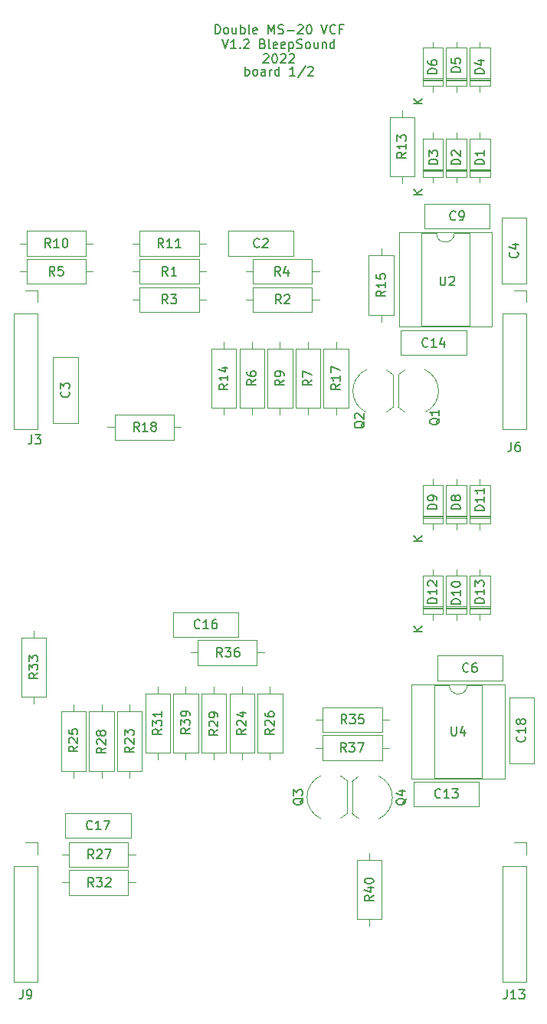
<source format=gbr>
G04 #@! TF.GenerationSoftware,KiCad,Pcbnew,(6.0.6)*
G04 #@! TF.CreationDate,2022-11-24T12:48:09+00:00*
G04 #@! TF.ProjectId,MS20-VCF,4d533230-2d56-4434-962e-6b696361645f,rev?*
G04 #@! TF.SameCoordinates,Original*
G04 #@! TF.FileFunction,Legend,Top*
G04 #@! TF.FilePolarity,Positive*
%FSLAX46Y46*%
G04 Gerber Fmt 4.6, Leading zero omitted, Abs format (unit mm)*
G04 Created by KiCad (PCBNEW (6.0.6)) date 2022-11-24 12:48:09*
%MOMM*%
%LPD*%
G01*
G04 APERTURE LIST*
%ADD10C,0.150000*%
%ADD11C,0.120000*%
G04 APERTURE END LIST*
D10*
X53952380Y-39342380D02*
X53952380Y-38342380D01*
X54190476Y-38342380D01*
X54333333Y-38390000D01*
X54428571Y-38485238D01*
X54476190Y-38580476D01*
X54523809Y-38770952D01*
X54523809Y-38913809D01*
X54476190Y-39104285D01*
X54428571Y-39199523D01*
X54333333Y-39294761D01*
X54190476Y-39342380D01*
X53952380Y-39342380D01*
X55095238Y-39342380D02*
X55000000Y-39294761D01*
X54952380Y-39247142D01*
X54904761Y-39151904D01*
X54904761Y-38866190D01*
X54952380Y-38770952D01*
X55000000Y-38723333D01*
X55095238Y-38675714D01*
X55238095Y-38675714D01*
X55333333Y-38723333D01*
X55380952Y-38770952D01*
X55428571Y-38866190D01*
X55428571Y-39151904D01*
X55380952Y-39247142D01*
X55333333Y-39294761D01*
X55238095Y-39342380D01*
X55095238Y-39342380D01*
X56285714Y-38675714D02*
X56285714Y-39342380D01*
X55857142Y-38675714D02*
X55857142Y-39199523D01*
X55904761Y-39294761D01*
X56000000Y-39342380D01*
X56142857Y-39342380D01*
X56238095Y-39294761D01*
X56285714Y-39247142D01*
X56761904Y-39342380D02*
X56761904Y-38342380D01*
X56761904Y-38723333D02*
X56857142Y-38675714D01*
X57047619Y-38675714D01*
X57142857Y-38723333D01*
X57190476Y-38770952D01*
X57238095Y-38866190D01*
X57238095Y-39151904D01*
X57190476Y-39247142D01*
X57142857Y-39294761D01*
X57047619Y-39342380D01*
X56857142Y-39342380D01*
X56761904Y-39294761D01*
X57809523Y-39342380D02*
X57714285Y-39294761D01*
X57666666Y-39199523D01*
X57666666Y-38342380D01*
X58571428Y-39294761D02*
X58476190Y-39342380D01*
X58285714Y-39342380D01*
X58190476Y-39294761D01*
X58142857Y-39199523D01*
X58142857Y-38818571D01*
X58190476Y-38723333D01*
X58285714Y-38675714D01*
X58476190Y-38675714D01*
X58571428Y-38723333D01*
X58619047Y-38818571D01*
X58619047Y-38913809D01*
X58142857Y-39009047D01*
X59809523Y-39342380D02*
X59809523Y-38342380D01*
X60142857Y-39056666D01*
X60476190Y-38342380D01*
X60476190Y-39342380D01*
X60904761Y-39294761D02*
X61047619Y-39342380D01*
X61285714Y-39342380D01*
X61380952Y-39294761D01*
X61428571Y-39247142D01*
X61476190Y-39151904D01*
X61476190Y-39056666D01*
X61428571Y-38961428D01*
X61380952Y-38913809D01*
X61285714Y-38866190D01*
X61095238Y-38818571D01*
X61000000Y-38770952D01*
X60952380Y-38723333D01*
X60904761Y-38628095D01*
X60904761Y-38532857D01*
X60952380Y-38437619D01*
X61000000Y-38390000D01*
X61095238Y-38342380D01*
X61333333Y-38342380D01*
X61476190Y-38390000D01*
X61904761Y-38961428D02*
X62666666Y-38961428D01*
X63095238Y-38437619D02*
X63142857Y-38390000D01*
X63238095Y-38342380D01*
X63476190Y-38342380D01*
X63571428Y-38390000D01*
X63619047Y-38437619D01*
X63666666Y-38532857D01*
X63666666Y-38628095D01*
X63619047Y-38770952D01*
X63047619Y-39342380D01*
X63666666Y-39342380D01*
X64285714Y-38342380D02*
X64380952Y-38342380D01*
X64476190Y-38390000D01*
X64523809Y-38437619D01*
X64571428Y-38532857D01*
X64619047Y-38723333D01*
X64619047Y-38961428D01*
X64571428Y-39151904D01*
X64523809Y-39247142D01*
X64476190Y-39294761D01*
X64380952Y-39342380D01*
X64285714Y-39342380D01*
X64190476Y-39294761D01*
X64142857Y-39247142D01*
X64095238Y-39151904D01*
X64047619Y-38961428D01*
X64047619Y-38723333D01*
X64095238Y-38532857D01*
X64142857Y-38437619D01*
X64190476Y-38390000D01*
X64285714Y-38342380D01*
X65666666Y-38342380D02*
X66000000Y-39342380D01*
X66333333Y-38342380D01*
X67238095Y-39247142D02*
X67190476Y-39294761D01*
X67047619Y-39342380D01*
X66952380Y-39342380D01*
X66809523Y-39294761D01*
X66714285Y-39199523D01*
X66666666Y-39104285D01*
X66619047Y-38913809D01*
X66619047Y-38770952D01*
X66666666Y-38580476D01*
X66714285Y-38485238D01*
X66809523Y-38390000D01*
X66952380Y-38342380D01*
X67047619Y-38342380D01*
X67190476Y-38390000D01*
X67238095Y-38437619D01*
X68000000Y-38818571D02*
X67666666Y-38818571D01*
X67666666Y-39342380D02*
X67666666Y-38342380D01*
X68142857Y-38342380D01*
X54738095Y-39952380D02*
X55071428Y-40952380D01*
X55404761Y-39952380D01*
X56261904Y-40952380D02*
X55690476Y-40952380D01*
X55976190Y-40952380D02*
X55976190Y-39952380D01*
X55880952Y-40095238D01*
X55785714Y-40190476D01*
X55690476Y-40238095D01*
X56690476Y-40857142D02*
X56738095Y-40904761D01*
X56690476Y-40952380D01*
X56642857Y-40904761D01*
X56690476Y-40857142D01*
X56690476Y-40952380D01*
X57119047Y-40047619D02*
X57166666Y-40000000D01*
X57261904Y-39952380D01*
X57500000Y-39952380D01*
X57595238Y-40000000D01*
X57642857Y-40047619D01*
X57690476Y-40142857D01*
X57690476Y-40238095D01*
X57642857Y-40380952D01*
X57071428Y-40952380D01*
X57690476Y-40952380D01*
X59214285Y-40428571D02*
X59357142Y-40476190D01*
X59404761Y-40523809D01*
X59452380Y-40619047D01*
X59452380Y-40761904D01*
X59404761Y-40857142D01*
X59357142Y-40904761D01*
X59261904Y-40952380D01*
X58880952Y-40952380D01*
X58880952Y-39952380D01*
X59214285Y-39952380D01*
X59309523Y-40000000D01*
X59357142Y-40047619D01*
X59404761Y-40142857D01*
X59404761Y-40238095D01*
X59357142Y-40333333D01*
X59309523Y-40380952D01*
X59214285Y-40428571D01*
X58880952Y-40428571D01*
X60023809Y-40952380D02*
X59928571Y-40904761D01*
X59880952Y-40809523D01*
X59880952Y-39952380D01*
X60785714Y-40904761D02*
X60690476Y-40952380D01*
X60500000Y-40952380D01*
X60404761Y-40904761D01*
X60357142Y-40809523D01*
X60357142Y-40428571D01*
X60404761Y-40333333D01*
X60500000Y-40285714D01*
X60690476Y-40285714D01*
X60785714Y-40333333D01*
X60833333Y-40428571D01*
X60833333Y-40523809D01*
X60357142Y-40619047D01*
X61642857Y-40904761D02*
X61547619Y-40952380D01*
X61357142Y-40952380D01*
X61261904Y-40904761D01*
X61214285Y-40809523D01*
X61214285Y-40428571D01*
X61261904Y-40333333D01*
X61357142Y-40285714D01*
X61547619Y-40285714D01*
X61642857Y-40333333D01*
X61690476Y-40428571D01*
X61690476Y-40523809D01*
X61214285Y-40619047D01*
X62119047Y-40285714D02*
X62119047Y-41285714D01*
X62119047Y-40333333D02*
X62214285Y-40285714D01*
X62404761Y-40285714D01*
X62500000Y-40333333D01*
X62547619Y-40380952D01*
X62595238Y-40476190D01*
X62595238Y-40761904D01*
X62547619Y-40857142D01*
X62500000Y-40904761D01*
X62404761Y-40952380D01*
X62214285Y-40952380D01*
X62119047Y-40904761D01*
X62976190Y-40904761D02*
X63119047Y-40952380D01*
X63357142Y-40952380D01*
X63452380Y-40904761D01*
X63500000Y-40857142D01*
X63547619Y-40761904D01*
X63547619Y-40666666D01*
X63500000Y-40571428D01*
X63452380Y-40523809D01*
X63357142Y-40476190D01*
X63166666Y-40428571D01*
X63071428Y-40380952D01*
X63023809Y-40333333D01*
X62976190Y-40238095D01*
X62976190Y-40142857D01*
X63023809Y-40047619D01*
X63071428Y-40000000D01*
X63166666Y-39952380D01*
X63404761Y-39952380D01*
X63547619Y-40000000D01*
X64119047Y-40952380D02*
X64023809Y-40904761D01*
X63976190Y-40857142D01*
X63928571Y-40761904D01*
X63928571Y-40476190D01*
X63976190Y-40380952D01*
X64023809Y-40333333D01*
X64119047Y-40285714D01*
X64261904Y-40285714D01*
X64357142Y-40333333D01*
X64404761Y-40380952D01*
X64452380Y-40476190D01*
X64452380Y-40761904D01*
X64404761Y-40857142D01*
X64357142Y-40904761D01*
X64261904Y-40952380D01*
X64119047Y-40952380D01*
X65309523Y-40285714D02*
X65309523Y-40952380D01*
X64880952Y-40285714D02*
X64880952Y-40809523D01*
X64928571Y-40904761D01*
X65023809Y-40952380D01*
X65166666Y-40952380D01*
X65261904Y-40904761D01*
X65309523Y-40857142D01*
X65785714Y-40285714D02*
X65785714Y-40952380D01*
X65785714Y-40380952D02*
X65833333Y-40333333D01*
X65928571Y-40285714D01*
X66071428Y-40285714D01*
X66166666Y-40333333D01*
X66214285Y-40428571D01*
X66214285Y-40952380D01*
X67119047Y-40952380D02*
X67119047Y-39952380D01*
X67119047Y-40904761D02*
X67023809Y-40952380D01*
X66833333Y-40952380D01*
X66738095Y-40904761D01*
X66690476Y-40857142D01*
X66642857Y-40761904D01*
X66642857Y-40476190D01*
X66690476Y-40380952D01*
X66738095Y-40333333D01*
X66833333Y-40285714D01*
X67023809Y-40285714D01*
X67119047Y-40333333D01*
X59285714Y-41657619D02*
X59333333Y-41610000D01*
X59428571Y-41562380D01*
X59666666Y-41562380D01*
X59761904Y-41610000D01*
X59809523Y-41657619D01*
X59857142Y-41752857D01*
X59857142Y-41848095D01*
X59809523Y-41990952D01*
X59238095Y-42562380D01*
X59857142Y-42562380D01*
X60476190Y-41562380D02*
X60571428Y-41562380D01*
X60666666Y-41610000D01*
X60714285Y-41657619D01*
X60761904Y-41752857D01*
X60809523Y-41943333D01*
X60809523Y-42181428D01*
X60761904Y-42371904D01*
X60714285Y-42467142D01*
X60666666Y-42514761D01*
X60571428Y-42562380D01*
X60476190Y-42562380D01*
X60380952Y-42514761D01*
X60333333Y-42467142D01*
X60285714Y-42371904D01*
X60238095Y-42181428D01*
X60238095Y-41943333D01*
X60285714Y-41752857D01*
X60333333Y-41657619D01*
X60380952Y-41610000D01*
X60476190Y-41562380D01*
X61190476Y-41657619D02*
X61238095Y-41610000D01*
X61333333Y-41562380D01*
X61571428Y-41562380D01*
X61666666Y-41610000D01*
X61714285Y-41657619D01*
X61761904Y-41752857D01*
X61761904Y-41848095D01*
X61714285Y-41990952D01*
X61142857Y-42562380D01*
X61761904Y-42562380D01*
X62142857Y-41657619D02*
X62190476Y-41610000D01*
X62285714Y-41562380D01*
X62523809Y-41562380D01*
X62619047Y-41610000D01*
X62666666Y-41657619D01*
X62714285Y-41752857D01*
X62714285Y-41848095D01*
X62666666Y-41990952D01*
X62095238Y-42562380D01*
X62714285Y-42562380D01*
X57261904Y-43952380D02*
X57261904Y-42952380D01*
X57261904Y-43333333D02*
X57357142Y-43285714D01*
X57547619Y-43285714D01*
X57642857Y-43333333D01*
X57690476Y-43380952D01*
X57738095Y-43476190D01*
X57738095Y-43761904D01*
X57690476Y-43857142D01*
X57642857Y-43904761D01*
X57547619Y-43952380D01*
X57357142Y-43952380D01*
X57261904Y-43904761D01*
X58309523Y-43952380D02*
X58214285Y-43904761D01*
X58166666Y-43857142D01*
X58119047Y-43761904D01*
X58119047Y-43476190D01*
X58166666Y-43380952D01*
X58214285Y-43333333D01*
X58309523Y-43285714D01*
X58452380Y-43285714D01*
X58547619Y-43333333D01*
X58595238Y-43380952D01*
X58642857Y-43476190D01*
X58642857Y-43761904D01*
X58595238Y-43857142D01*
X58547619Y-43904761D01*
X58452380Y-43952380D01*
X58309523Y-43952380D01*
X59500000Y-43952380D02*
X59500000Y-43428571D01*
X59452380Y-43333333D01*
X59357142Y-43285714D01*
X59166666Y-43285714D01*
X59071428Y-43333333D01*
X59500000Y-43904761D02*
X59404761Y-43952380D01*
X59166666Y-43952380D01*
X59071428Y-43904761D01*
X59023809Y-43809523D01*
X59023809Y-43714285D01*
X59071428Y-43619047D01*
X59166666Y-43571428D01*
X59404761Y-43571428D01*
X59500000Y-43523809D01*
X59976190Y-43952380D02*
X59976190Y-43285714D01*
X59976190Y-43476190D02*
X60023809Y-43380952D01*
X60071428Y-43333333D01*
X60166666Y-43285714D01*
X60261904Y-43285714D01*
X61023809Y-43952380D02*
X61023809Y-42952380D01*
X61023809Y-43904761D02*
X60928571Y-43952380D01*
X60738095Y-43952380D01*
X60642857Y-43904761D01*
X60595238Y-43857142D01*
X60547619Y-43761904D01*
X60547619Y-43476190D01*
X60595238Y-43380952D01*
X60642857Y-43333333D01*
X60738095Y-43285714D01*
X60928571Y-43285714D01*
X61023809Y-43333333D01*
X62785714Y-43952380D02*
X62214285Y-43952380D01*
X62500000Y-43952380D02*
X62500000Y-42952380D01*
X62404761Y-43095238D01*
X62309523Y-43190476D01*
X62214285Y-43238095D01*
X63928571Y-42904761D02*
X63071428Y-44190476D01*
X64214285Y-43047619D02*
X64261904Y-43000000D01*
X64357142Y-42952380D01*
X64595238Y-42952380D01*
X64690476Y-43000000D01*
X64738095Y-43047619D01*
X64785714Y-43142857D01*
X64785714Y-43238095D01*
X64738095Y-43380952D01*
X64166666Y-43952380D01*
X64785714Y-43952380D01*
X87357142Y-63466666D02*
X87404761Y-63514285D01*
X87452380Y-63657142D01*
X87452380Y-63752380D01*
X87404761Y-63895238D01*
X87309523Y-63990476D01*
X87214285Y-64038095D01*
X87023809Y-64085714D01*
X86880952Y-64085714D01*
X86690476Y-64038095D01*
X86595238Y-63990476D01*
X86500000Y-63895238D01*
X86452380Y-63752380D01*
X86452380Y-63657142D01*
X86500000Y-63514285D01*
X86547619Y-63466666D01*
X86785714Y-62609523D02*
X87452380Y-62609523D01*
X86404761Y-62847619D02*
X87119047Y-63085714D01*
X87119047Y-62466666D01*
X88157142Y-116942857D02*
X88204761Y-116990476D01*
X88252380Y-117133333D01*
X88252380Y-117228571D01*
X88204761Y-117371428D01*
X88109523Y-117466666D01*
X88014285Y-117514285D01*
X87823809Y-117561904D01*
X87680952Y-117561904D01*
X87490476Y-117514285D01*
X87395238Y-117466666D01*
X87300000Y-117371428D01*
X87252380Y-117228571D01*
X87252380Y-117133333D01*
X87300000Y-116990476D01*
X87347619Y-116942857D01*
X88252380Y-115990476D02*
X88252380Y-116561904D01*
X88252380Y-116276190D02*
X87252380Y-116276190D01*
X87395238Y-116371428D01*
X87490476Y-116466666D01*
X87538095Y-116561904D01*
X87680952Y-115419047D02*
X87633333Y-115514285D01*
X87585714Y-115561904D01*
X87490476Y-115609523D01*
X87442857Y-115609523D01*
X87347619Y-115561904D01*
X87300000Y-115514285D01*
X87252380Y-115419047D01*
X87252380Y-115228571D01*
X87300000Y-115133333D01*
X87347619Y-115085714D01*
X87442857Y-115038095D01*
X87490476Y-115038095D01*
X87585714Y-115085714D01*
X87633333Y-115133333D01*
X87680952Y-115228571D01*
X87680952Y-115419047D01*
X87728571Y-115514285D01*
X87776190Y-115561904D01*
X87871428Y-115609523D01*
X88061904Y-115609523D01*
X88157142Y-115561904D01*
X88204761Y-115514285D01*
X88252380Y-115419047D01*
X88252380Y-115228571D01*
X88204761Y-115133333D01*
X88157142Y-115085714D01*
X88061904Y-115038095D01*
X87871428Y-115038095D01*
X87776190Y-115085714D01*
X87728571Y-115133333D01*
X87680952Y-115228571D01*
X40357142Y-127157142D02*
X40309523Y-127204761D01*
X40166666Y-127252380D01*
X40071428Y-127252380D01*
X39928571Y-127204761D01*
X39833333Y-127109523D01*
X39785714Y-127014285D01*
X39738095Y-126823809D01*
X39738095Y-126680952D01*
X39785714Y-126490476D01*
X39833333Y-126395238D01*
X39928571Y-126300000D01*
X40071428Y-126252380D01*
X40166666Y-126252380D01*
X40309523Y-126300000D01*
X40357142Y-126347619D01*
X41309523Y-127252380D02*
X40738095Y-127252380D01*
X41023809Y-127252380D02*
X41023809Y-126252380D01*
X40928571Y-126395238D01*
X40833333Y-126490476D01*
X40738095Y-126538095D01*
X41642857Y-126252380D02*
X42309523Y-126252380D01*
X41880952Y-127252380D01*
X83652380Y-53748095D02*
X82652380Y-53748095D01*
X82652380Y-53510000D01*
X82700000Y-53367142D01*
X82795238Y-53271904D01*
X82890476Y-53224285D01*
X83080952Y-53176666D01*
X83223809Y-53176666D01*
X83414285Y-53224285D01*
X83509523Y-53271904D01*
X83604761Y-53367142D01*
X83652380Y-53510000D01*
X83652380Y-53748095D01*
X83652380Y-52224285D02*
X83652380Y-52795714D01*
X83652380Y-52510000D02*
X82652380Y-52510000D01*
X82795238Y-52605238D01*
X82890476Y-52700476D01*
X82938095Y-52795714D01*
X83652380Y-43738095D02*
X82652380Y-43738095D01*
X82652380Y-43500000D01*
X82700000Y-43357142D01*
X82795238Y-43261904D01*
X82890476Y-43214285D01*
X83080952Y-43166666D01*
X83223809Y-43166666D01*
X83414285Y-43214285D01*
X83509523Y-43261904D01*
X83604761Y-43357142D01*
X83652380Y-43500000D01*
X83652380Y-43738095D01*
X82985714Y-42309523D02*
X83652380Y-42309523D01*
X82604761Y-42547619D02*
X83319047Y-42785714D01*
X83319047Y-42166666D01*
X81052380Y-53748095D02*
X80052380Y-53748095D01*
X80052380Y-53510000D01*
X80100000Y-53367142D01*
X80195238Y-53271904D01*
X80290476Y-53224285D01*
X80480952Y-53176666D01*
X80623809Y-53176666D01*
X80814285Y-53224285D01*
X80909523Y-53271904D01*
X81004761Y-53367142D01*
X81052380Y-53510000D01*
X81052380Y-53748095D01*
X80147619Y-52795714D02*
X80100000Y-52748095D01*
X80052380Y-52652857D01*
X80052380Y-52414761D01*
X80100000Y-52319523D01*
X80147619Y-52271904D01*
X80242857Y-52224285D01*
X80338095Y-52224285D01*
X80480952Y-52271904D01*
X81052380Y-52843333D01*
X81052380Y-52224285D01*
X81052380Y-43548095D02*
X80052380Y-43548095D01*
X80052380Y-43310000D01*
X80100000Y-43167142D01*
X80195238Y-43071904D01*
X80290476Y-43024285D01*
X80480952Y-42976666D01*
X80623809Y-42976666D01*
X80814285Y-43024285D01*
X80909523Y-43071904D01*
X81004761Y-43167142D01*
X81052380Y-43310000D01*
X81052380Y-43548095D01*
X80052380Y-42071904D02*
X80052380Y-42548095D01*
X80528571Y-42595714D01*
X80480952Y-42548095D01*
X80433333Y-42452857D01*
X80433333Y-42214761D01*
X80480952Y-42119523D01*
X80528571Y-42071904D01*
X80623809Y-42024285D01*
X80861904Y-42024285D01*
X80957142Y-42071904D01*
X81004761Y-42119523D01*
X81052380Y-42214761D01*
X81052380Y-42452857D01*
X81004761Y-42548095D01*
X80957142Y-42595714D01*
X78552380Y-53748095D02*
X77552380Y-53748095D01*
X77552380Y-53510000D01*
X77600000Y-53367142D01*
X77695238Y-53271904D01*
X77790476Y-53224285D01*
X77980952Y-53176666D01*
X78123809Y-53176666D01*
X78314285Y-53224285D01*
X78409523Y-53271904D01*
X78504761Y-53367142D01*
X78552380Y-53510000D01*
X78552380Y-53748095D01*
X77552380Y-52843333D02*
X77552380Y-52224285D01*
X77933333Y-52557619D01*
X77933333Y-52414761D01*
X77980952Y-52319523D01*
X78028571Y-52271904D01*
X78123809Y-52224285D01*
X78361904Y-52224285D01*
X78457142Y-52271904D01*
X78504761Y-52319523D01*
X78552380Y-52414761D01*
X78552380Y-52700476D01*
X78504761Y-52795714D01*
X78457142Y-52843333D01*
X76852380Y-57081904D02*
X75852380Y-57081904D01*
X76852380Y-56510476D02*
X76280952Y-56939047D01*
X75852380Y-56510476D02*
X76423809Y-57081904D01*
X78452380Y-43738095D02*
X77452380Y-43738095D01*
X77452380Y-43500000D01*
X77500000Y-43357142D01*
X77595238Y-43261904D01*
X77690476Y-43214285D01*
X77880952Y-43166666D01*
X78023809Y-43166666D01*
X78214285Y-43214285D01*
X78309523Y-43261904D01*
X78404761Y-43357142D01*
X78452380Y-43500000D01*
X78452380Y-43738095D01*
X77452380Y-42309523D02*
X77452380Y-42500000D01*
X77500000Y-42595238D01*
X77547619Y-42642857D01*
X77690476Y-42738095D01*
X77880952Y-42785714D01*
X78261904Y-42785714D01*
X78357142Y-42738095D01*
X78404761Y-42690476D01*
X78452380Y-42595238D01*
X78452380Y-42404761D01*
X78404761Y-42309523D01*
X78357142Y-42261904D01*
X78261904Y-42214285D01*
X78023809Y-42214285D01*
X77928571Y-42261904D01*
X77880952Y-42309523D01*
X77833333Y-42404761D01*
X77833333Y-42595238D01*
X77880952Y-42690476D01*
X77928571Y-42738095D01*
X78023809Y-42785714D01*
X76852380Y-47071904D02*
X75852380Y-47071904D01*
X76852380Y-46500476D02*
X76280952Y-46929047D01*
X75852380Y-46500476D02*
X76423809Y-47071904D01*
X86666666Y-84452380D02*
X86666666Y-85166666D01*
X86619047Y-85309523D01*
X86523809Y-85404761D01*
X86380952Y-85452380D01*
X86285714Y-85452380D01*
X87571428Y-84452380D02*
X87380952Y-84452380D01*
X87285714Y-84500000D01*
X87238095Y-84547619D01*
X87142857Y-84690476D01*
X87095238Y-84880952D01*
X87095238Y-85261904D01*
X87142857Y-85357142D01*
X87190476Y-85404761D01*
X87285714Y-85452380D01*
X87476190Y-85452380D01*
X87571428Y-85404761D01*
X87619047Y-85357142D01*
X87666666Y-85261904D01*
X87666666Y-85023809D01*
X87619047Y-84928571D01*
X87571428Y-84880952D01*
X87476190Y-84833333D01*
X87285714Y-84833333D01*
X87190476Y-84880952D01*
X87142857Y-84928571D01*
X87095238Y-85023809D01*
X32666666Y-144952380D02*
X32666666Y-145666666D01*
X32619047Y-145809523D01*
X32523809Y-145904761D01*
X32380952Y-145952380D01*
X32285714Y-145952380D01*
X33190476Y-145952380D02*
X33380952Y-145952380D01*
X33476190Y-145904761D01*
X33523809Y-145857142D01*
X33619047Y-145714285D01*
X33666666Y-145523809D01*
X33666666Y-145142857D01*
X33619047Y-145047619D01*
X33571428Y-145000000D01*
X33476190Y-144952380D01*
X33285714Y-144952380D01*
X33190476Y-145000000D01*
X33142857Y-145047619D01*
X33095238Y-145142857D01*
X33095238Y-145380952D01*
X33142857Y-145476190D01*
X33190476Y-145523809D01*
X33285714Y-145571428D01*
X33476190Y-145571428D01*
X33571428Y-145523809D01*
X33619047Y-145476190D01*
X33666666Y-145380952D01*
X78747619Y-81795238D02*
X78700000Y-81890476D01*
X78604761Y-81985714D01*
X78461904Y-82128571D01*
X78414285Y-82223809D01*
X78414285Y-82319047D01*
X78652380Y-82271428D02*
X78604761Y-82366666D01*
X78509523Y-82461904D01*
X78319047Y-82509523D01*
X77985714Y-82509523D01*
X77795238Y-82461904D01*
X77700000Y-82366666D01*
X77652380Y-82271428D01*
X77652380Y-82080952D01*
X77700000Y-81985714D01*
X77795238Y-81890476D01*
X77985714Y-81842857D01*
X78319047Y-81842857D01*
X78509523Y-81890476D01*
X78604761Y-81985714D01*
X78652380Y-82080952D01*
X78652380Y-82271428D01*
X78652380Y-80890476D02*
X78652380Y-81461904D01*
X78652380Y-81176190D02*
X77652380Y-81176190D01*
X77795238Y-81271428D01*
X77890476Y-81366666D01*
X77938095Y-81461904D01*
X70447619Y-82165238D02*
X70400000Y-82260476D01*
X70304761Y-82355714D01*
X70161904Y-82498571D01*
X70114285Y-82593809D01*
X70114285Y-82689047D01*
X70352380Y-82641428D02*
X70304761Y-82736666D01*
X70209523Y-82831904D01*
X70019047Y-82879523D01*
X69685714Y-82879523D01*
X69495238Y-82831904D01*
X69400000Y-82736666D01*
X69352380Y-82641428D01*
X69352380Y-82450952D01*
X69400000Y-82355714D01*
X69495238Y-82260476D01*
X69685714Y-82212857D01*
X70019047Y-82212857D01*
X70209523Y-82260476D01*
X70304761Y-82355714D01*
X70352380Y-82450952D01*
X70352380Y-82641428D01*
X69447619Y-81831904D02*
X69400000Y-81784285D01*
X69352380Y-81689047D01*
X69352380Y-81450952D01*
X69400000Y-81355714D01*
X69447619Y-81308095D01*
X69542857Y-81260476D01*
X69638095Y-81260476D01*
X69780952Y-81308095D01*
X70352380Y-81879523D01*
X70352380Y-81260476D01*
X63687619Y-123755238D02*
X63640000Y-123850476D01*
X63544761Y-123945714D01*
X63401904Y-124088571D01*
X63354285Y-124183809D01*
X63354285Y-124279047D01*
X63592380Y-124231428D02*
X63544761Y-124326666D01*
X63449523Y-124421904D01*
X63259047Y-124469523D01*
X62925714Y-124469523D01*
X62735238Y-124421904D01*
X62640000Y-124326666D01*
X62592380Y-124231428D01*
X62592380Y-124040952D01*
X62640000Y-123945714D01*
X62735238Y-123850476D01*
X62925714Y-123802857D01*
X63259047Y-123802857D01*
X63449523Y-123850476D01*
X63544761Y-123945714D01*
X63592380Y-124040952D01*
X63592380Y-124231428D01*
X62592380Y-123469523D02*
X62592380Y-122850476D01*
X62973333Y-123183809D01*
X62973333Y-123040952D01*
X63020952Y-122945714D01*
X63068571Y-122898095D01*
X63163809Y-122850476D01*
X63401904Y-122850476D01*
X63497142Y-122898095D01*
X63544761Y-122945714D01*
X63592380Y-123040952D01*
X63592380Y-123326666D01*
X63544761Y-123421904D01*
X63497142Y-123469523D01*
X48713333Y-69152380D02*
X48380000Y-68676190D01*
X48141904Y-69152380D02*
X48141904Y-68152380D01*
X48522857Y-68152380D01*
X48618095Y-68200000D01*
X48665714Y-68247619D01*
X48713333Y-68342857D01*
X48713333Y-68485714D01*
X48665714Y-68580952D01*
X48618095Y-68628571D01*
X48522857Y-68676190D01*
X48141904Y-68676190D01*
X49046666Y-68152380D02*
X49665714Y-68152380D01*
X49332380Y-68533333D01*
X49475238Y-68533333D01*
X49570476Y-68580952D01*
X49618095Y-68628571D01*
X49665714Y-68723809D01*
X49665714Y-68961904D01*
X49618095Y-69057142D01*
X49570476Y-69104761D01*
X49475238Y-69152380D01*
X49189523Y-69152380D01*
X49094285Y-69104761D01*
X49046666Y-69057142D01*
X35737142Y-62952380D02*
X35403809Y-62476190D01*
X35165714Y-62952380D02*
X35165714Y-61952380D01*
X35546666Y-61952380D01*
X35641904Y-62000000D01*
X35689523Y-62047619D01*
X35737142Y-62142857D01*
X35737142Y-62285714D01*
X35689523Y-62380952D01*
X35641904Y-62428571D01*
X35546666Y-62476190D01*
X35165714Y-62476190D01*
X36689523Y-62952380D02*
X36118095Y-62952380D01*
X36403809Y-62952380D02*
X36403809Y-61952380D01*
X36308571Y-62095238D01*
X36213333Y-62190476D01*
X36118095Y-62238095D01*
X37308571Y-61952380D02*
X37403809Y-61952380D01*
X37499047Y-62000000D01*
X37546666Y-62047619D01*
X37594285Y-62142857D01*
X37641904Y-62333333D01*
X37641904Y-62571428D01*
X37594285Y-62761904D01*
X37546666Y-62857142D01*
X37499047Y-62904761D01*
X37403809Y-62952380D01*
X37308571Y-62952380D01*
X37213333Y-62904761D01*
X37165714Y-62857142D01*
X37118095Y-62761904D01*
X37070476Y-62571428D01*
X37070476Y-62333333D01*
X37118095Y-62142857D01*
X37165714Y-62047619D01*
X37213333Y-62000000D01*
X37308571Y-61952380D01*
X55352380Y-78022857D02*
X54876190Y-78356190D01*
X55352380Y-78594285D02*
X54352380Y-78594285D01*
X54352380Y-78213333D01*
X54400000Y-78118095D01*
X54447619Y-78070476D01*
X54542857Y-78022857D01*
X54685714Y-78022857D01*
X54780952Y-78070476D01*
X54828571Y-78118095D01*
X54876190Y-78213333D01*
X54876190Y-78594285D01*
X55352380Y-77070476D02*
X55352380Y-77641904D01*
X55352380Y-77356190D02*
X54352380Y-77356190D01*
X54495238Y-77451428D01*
X54590476Y-77546666D01*
X54638095Y-77641904D01*
X54685714Y-76213333D02*
X55352380Y-76213333D01*
X54304761Y-76451428D02*
X55019047Y-76689523D01*
X55019047Y-76070476D01*
X48713333Y-66052380D02*
X48380000Y-65576190D01*
X48141904Y-66052380D02*
X48141904Y-65052380D01*
X48522857Y-65052380D01*
X48618095Y-65100000D01*
X48665714Y-65147619D01*
X48713333Y-65242857D01*
X48713333Y-65385714D01*
X48665714Y-65480952D01*
X48618095Y-65528571D01*
X48522857Y-65576190D01*
X48141904Y-65576190D01*
X49665714Y-66052380D02*
X49094285Y-66052380D01*
X49380000Y-66052380D02*
X49380000Y-65052380D01*
X49284761Y-65195238D01*
X49189523Y-65290476D01*
X49094285Y-65338095D01*
X67752380Y-78042857D02*
X67276190Y-78376190D01*
X67752380Y-78614285D02*
X66752380Y-78614285D01*
X66752380Y-78233333D01*
X66800000Y-78138095D01*
X66847619Y-78090476D01*
X66942857Y-78042857D01*
X67085714Y-78042857D01*
X67180952Y-78090476D01*
X67228571Y-78138095D01*
X67276190Y-78233333D01*
X67276190Y-78614285D01*
X67752380Y-77090476D02*
X67752380Y-77661904D01*
X67752380Y-77376190D02*
X66752380Y-77376190D01*
X66895238Y-77471428D01*
X66990476Y-77566666D01*
X67038095Y-77661904D01*
X66752380Y-76757142D02*
X66752380Y-76090476D01*
X67752380Y-76519047D01*
X45537142Y-83252380D02*
X45203809Y-82776190D01*
X44965714Y-83252380D02*
X44965714Y-82252380D01*
X45346666Y-82252380D01*
X45441904Y-82300000D01*
X45489523Y-82347619D01*
X45537142Y-82442857D01*
X45537142Y-82585714D01*
X45489523Y-82680952D01*
X45441904Y-82728571D01*
X45346666Y-82776190D01*
X44965714Y-82776190D01*
X46489523Y-83252380D02*
X45918095Y-83252380D01*
X46203809Y-83252380D02*
X46203809Y-82252380D01*
X46108571Y-82395238D01*
X46013333Y-82490476D01*
X45918095Y-82538095D01*
X47060952Y-82680952D02*
X46965714Y-82633333D01*
X46918095Y-82585714D01*
X46870476Y-82490476D01*
X46870476Y-82442857D01*
X46918095Y-82347619D01*
X46965714Y-82300000D01*
X47060952Y-82252380D01*
X47251428Y-82252380D01*
X47346666Y-82300000D01*
X47394285Y-82347619D01*
X47441904Y-82442857D01*
X47441904Y-82490476D01*
X47394285Y-82585714D01*
X47346666Y-82633333D01*
X47251428Y-82680952D01*
X47060952Y-82680952D01*
X46965714Y-82728571D01*
X46918095Y-82776190D01*
X46870476Y-82871428D01*
X46870476Y-83061904D01*
X46918095Y-83157142D01*
X46965714Y-83204761D01*
X47060952Y-83252380D01*
X47251428Y-83252380D01*
X47346666Y-83204761D01*
X47394285Y-83157142D01*
X47441904Y-83061904D01*
X47441904Y-82871428D01*
X47394285Y-82776190D01*
X47346666Y-82728571D01*
X47251428Y-82680952D01*
X58452380Y-77546666D02*
X57976190Y-77880000D01*
X58452380Y-78118095D02*
X57452380Y-78118095D01*
X57452380Y-77737142D01*
X57500000Y-77641904D01*
X57547619Y-77594285D01*
X57642857Y-77546666D01*
X57785714Y-77546666D01*
X57880952Y-77594285D01*
X57928571Y-77641904D01*
X57976190Y-77737142D01*
X57976190Y-78118095D01*
X57452380Y-76689523D02*
X57452380Y-76880000D01*
X57500000Y-76975238D01*
X57547619Y-77022857D01*
X57690476Y-77118095D01*
X57880952Y-77165714D01*
X58261904Y-77165714D01*
X58357142Y-77118095D01*
X58404761Y-77070476D01*
X58452380Y-76975238D01*
X58452380Y-76784761D01*
X58404761Y-76689523D01*
X58357142Y-76641904D01*
X58261904Y-76594285D01*
X58023809Y-76594285D01*
X57928571Y-76641904D01*
X57880952Y-76689523D01*
X57833333Y-76784761D01*
X57833333Y-76975238D01*
X57880952Y-77070476D01*
X57928571Y-77118095D01*
X58023809Y-77165714D01*
X61153333Y-66052380D02*
X60820000Y-65576190D01*
X60581904Y-66052380D02*
X60581904Y-65052380D01*
X60962857Y-65052380D01*
X61058095Y-65100000D01*
X61105714Y-65147619D01*
X61153333Y-65242857D01*
X61153333Y-65385714D01*
X61105714Y-65480952D01*
X61058095Y-65528571D01*
X60962857Y-65576190D01*
X60581904Y-65576190D01*
X62010476Y-65385714D02*
X62010476Y-66052380D01*
X61772380Y-65004761D02*
X61534285Y-65719047D01*
X62153333Y-65719047D01*
X48237142Y-62952380D02*
X47903809Y-62476190D01*
X47665714Y-62952380D02*
X47665714Y-61952380D01*
X48046666Y-61952380D01*
X48141904Y-62000000D01*
X48189523Y-62047619D01*
X48237142Y-62142857D01*
X48237142Y-62285714D01*
X48189523Y-62380952D01*
X48141904Y-62428571D01*
X48046666Y-62476190D01*
X47665714Y-62476190D01*
X49189523Y-62952380D02*
X48618095Y-62952380D01*
X48903809Y-62952380D02*
X48903809Y-61952380D01*
X48808571Y-62095238D01*
X48713333Y-62190476D01*
X48618095Y-62238095D01*
X50141904Y-62952380D02*
X49570476Y-62952380D01*
X49856190Y-62952380D02*
X49856190Y-61952380D01*
X49760952Y-62095238D01*
X49665714Y-62190476D01*
X49570476Y-62238095D01*
X61233333Y-69152380D02*
X60900000Y-68676190D01*
X60661904Y-69152380D02*
X60661904Y-68152380D01*
X61042857Y-68152380D01*
X61138095Y-68200000D01*
X61185714Y-68247619D01*
X61233333Y-68342857D01*
X61233333Y-68485714D01*
X61185714Y-68580952D01*
X61138095Y-68628571D01*
X61042857Y-68676190D01*
X60661904Y-68676190D01*
X61614285Y-68247619D02*
X61661904Y-68200000D01*
X61757142Y-68152380D01*
X61995238Y-68152380D01*
X62090476Y-68200000D01*
X62138095Y-68247619D01*
X62185714Y-68342857D01*
X62185714Y-68438095D01*
X62138095Y-68580952D01*
X61566666Y-69152380D01*
X62185714Y-69152380D01*
X75052380Y-52442857D02*
X74576190Y-52776190D01*
X75052380Y-53014285D02*
X74052380Y-53014285D01*
X74052380Y-52633333D01*
X74100000Y-52538095D01*
X74147619Y-52490476D01*
X74242857Y-52442857D01*
X74385714Y-52442857D01*
X74480952Y-52490476D01*
X74528571Y-52538095D01*
X74576190Y-52633333D01*
X74576190Y-53014285D01*
X75052380Y-51490476D02*
X75052380Y-52061904D01*
X75052380Y-51776190D02*
X74052380Y-51776190D01*
X74195238Y-51871428D01*
X74290476Y-51966666D01*
X74338095Y-52061904D01*
X74052380Y-51157142D02*
X74052380Y-50538095D01*
X74433333Y-50871428D01*
X74433333Y-50728571D01*
X74480952Y-50633333D01*
X74528571Y-50585714D01*
X74623809Y-50538095D01*
X74861904Y-50538095D01*
X74957142Y-50585714D01*
X75004761Y-50633333D01*
X75052380Y-50728571D01*
X75052380Y-51014285D01*
X75004761Y-51109523D01*
X74957142Y-51157142D01*
X38752380Y-118042857D02*
X38276190Y-118376190D01*
X38752380Y-118614285D02*
X37752380Y-118614285D01*
X37752380Y-118233333D01*
X37800000Y-118138095D01*
X37847619Y-118090476D01*
X37942857Y-118042857D01*
X38085714Y-118042857D01*
X38180952Y-118090476D01*
X38228571Y-118138095D01*
X38276190Y-118233333D01*
X38276190Y-118614285D01*
X37847619Y-117661904D02*
X37800000Y-117614285D01*
X37752380Y-117519047D01*
X37752380Y-117280952D01*
X37800000Y-117185714D01*
X37847619Y-117138095D01*
X37942857Y-117090476D01*
X38038095Y-117090476D01*
X38180952Y-117138095D01*
X38752380Y-117709523D01*
X38752380Y-117090476D01*
X37752380Y-116185714D02*
X37752380Y-116661904D01*
X38228571Y-116709523D01*
X38180952Y-116661904D01*
X38133333Y-116566666D01*
X38133333Y-116328571D01*
X38180952Y-116233333D01*
X38228571Y-116185714D01*
X38323809Y-116138095D01*
X38561904Y-116138095D01*
X38657142Y-116185714D01*
X38704761Y-116233333D01*
X38752380Y-116328571D01*
X38752380Y-116566666D01*
X38704761Y-116661904D01*
X38657142Y-116709523D01*
X54737142Y-108152380D02*
X54403809Y-107676190D01*
X54165714Y-108152380D02*
X54165714Y-107152380D01*
X54546666Y-107152380D01*
X54641904Y-107200000D01*
X54689523Y-107247619D01*
X54737142Y-107342857D01*
X54737142Y-107485714D01*
X54689523Y-107580952D01*
X54641904Y-107628571D01*
X54546666Y-107676190D01*
X54165714Y-107676190D01*
X55070476Y-107152380D02*
X55689523Y-107152380D01*
X55356190Y-107533333D01*
X55499047Y-107533333D01*
X55594285Y-107580952D01*
X55641904Y-107628571D01*
X55689523Y-107723809D01*
X55689523Y-107961904D01*
X55641904Y-108057142D01*
X55594285Y-108104761D01*
X55499047Y-108152380D01*
X55213333Y-108152380D01*
X55118095Y-108104761D01*
X55070476Y-108057142D01*
X56546666Y-107152380D02*
X56356190Y-107152380D01*
X56260952Y-107200000D01*
X56213333Y-107247619D01*
X56118095Y-107390476D01*
X56070476Y-107580952D01*
X56070476Y-107961904D01*
X56118095Y-108057142D01*
X56165714Y-108104761D01*
X56260952Y-108152380D01*
X56451428Y-108152380D01*
X56546666Y-108104761D01*
X56594285Y-108057142D01*
X56641904Y-107961904D01*
X56641904Y-107723809D01*
X56594285Y-107628571D01*
X56546666Y-107580952D01*
X56451428Y-107533333D01*
X56260952Y-107533333D01*
X56165714Y-107580952D01*
X56118095Y-107628571D01*
X56070476Y-107723809D01*
X44952380Y-118122857D02*
X44476190Y-118456190D01*
X44952380Y-118694285D02*
X43952380Y-118694285D01*
X43952380Y-118313333D01*
X44000000Y-118218095D01*
X44047619Y-118170476D01*
X44142857Y-118122857D01*
X44285714Y-118122857D01*
X44380952Y-118170476D01*
X44428571Y-118218095D01*
X44476190Y-118313333D01*
X44476190Y-118694285D01*
X44047619Y-117741904D02*
X44000000Y-117694285D01*
X43952380Y-117599047D01*
X43952380Y-117360952D01*
X44000000Y-117265714D01*
X44047619Y-117218095D01*
X44142857Y-117170476D01*
X44238095Y-117170476D01*
X44380952Y-117218095D01*
X44952380Y-117789523D01*
X44952380Y-117170476D01*
X43952380Y-116837142D02*
X43952380Y-116218095D01*
X44333333Y-116551428D01*
X44333333Y-116408571D01*
X44380952Y-116313333D01*
X44428571Y-116265714D01*
X44523809Y-116218095D01*
X44761904Y-116218095D01*
X44857142Y-116265714D01*
X44904761Y-116313333D01*
X44952380Y-116408571D01*
X44952380Y-116694285D01*
X44904761Y-116789523D01*
X44857142Y-116837142D01*
X51152380Y-116042857D02*
X50676190Y-116376190D01*
X51152380Y-116614285D02*
X50152380Y-116614285D01*
X50152380Y-116233333D01*
X50200000Y-116138095D01*
X50247619Y-116090476D01*
X50342857Y-116042857D01*
X50485714Y-116042857D01*
X50580952Y-116090476D01*
X50628571Y-116138095D01*
X50676190Y-116233333D01*
X50676190Y-116614285D01*
X50152380Y-115709523D02*
X50152380Y-115090476D01*
X50533333Y-115423809D01*
X50533333Y-115280952D01*
X50580952Y-115185714D01*
X50628571Y-115138095D01*
X50723809Y-115090476D01*
X50961904Y-115090476D01*
X51057142Y-115138095D01*
X51104761Y-115185714D01*
X51152380Y-115280952D01*
X51152380Y-115566666D01*
X51104761Y-115661904D01*
X51057142Y-115709523D01*
X51152380Y-114614285D02*
X51152380Y-114423809D01*
X51104761Y-114328571D01*
X51057142Y-114280952D01*
X50914285Y-114185714D01*
X50723809Y-114138095D01*
X50342857Y-114138095D01*
X50247619Y-114185714D01*
X50200000Y-114233333D01*
X50152380Y-114328571D01*
X50152380Y-114519047D01*
X50200000Y-114614285D01*
X50247619Y-114661904D01*
X50342857Y-114709523D01*
X50580952Y-114709523D01*
X50676190Y-114661904D01*
X50723809Y-114614285D01*
X50771428Y-114519047D01*
X50771428Y-114328571D01*
X50723809Y-114233333D01*
X50676190Y-114185714D01*
X50580952Y-114138095D01*
X68397142Y-118652380D02*
X68063809Y-118176190D01*
X67825714Y-118652380D02*
X67825714Y-117652380D01*
X68206666Y-117652380D01*
X68301904Y-117700000D01*
X68349523Y-117747619D01*
X68397142Y-117842857D01*
X68397142Y-117985714D01*
X68349523Y-118080952D01*
X68301904Y-118128571D01*
X68206666Y-118176190D01*
X67825714Y-118176190D01*
X68730476Y-117652380D02*
X69349523Y-117652380D01*
X69016190Y-118033333D01*
X69159047Y-118033333D01*
X69254285Y-118080952D01*
X69301904Y-118128571D01*
X69349523Y-118223809D01*
X69349523Y-118461904D01*
X69301904Y-118557142D01*
X69254285Y-118604761D01*
X69159047Y-118652380D01*
X68873333Y-118652380D01*
X68778095Y-118604761D01*
X68730476Y-118557142D01*
X69682857Y-117652380D02*
X70349523Y-117652380D01*
X69920952Y-118652380D01*
X71452380Y-134522857D02*
X70976190Y-134856190D01*
X71452380Y-135094285D02*
X70452380Y-135094285D01*
X70452380Y-134713333D01*
X70500000Y-134618095D01*
X70547619Y-134570476D01*
X70642857Y-134522857D01*
X70785714Y-134522857D01*
X70880952Y-134570476D01*
X70928571Y-134618095D01*
X70976190Y-134713333D01*
X70976190Y-135094285D01*
X70785714Y-133665714D02*
X71452380Y-133665714D01*
X70404761Y-133903809D02*
X71119047Y-134141904D01*
X71119047Y-133522857D01*
X70452380Y-132951428D02*
X70452380Y-132856190D01*
X70500000Y-132760952D01*
X70547619Y-132713333D01*
X70642857Y-132665714D01*
X70833333Y-132618095D01*
X71071428Y-132618095D01*
X71261904Y-132665714D01*
X71357142Y-132713333D01*
X71404761Y-132760952D01*
X71452380Y-132856190D01*
X71452380Y-132951428D01*
X71404761Y-133046666D01*
X71357142Y-133094285D01*
X71261904Y-133141904D01*
X71071428Y-133189523D01*
X70833333Y-133189523D01*
X70642857Y-133141904D01*
X70547619Y-133094285D01*
X70500000Y-133046666D01*
X70452380Y-132951428D01*
X48052380Y-116122857D02*
X47576190Y-116456190D01*
X48052380Y-116694285D02*
X47052380Y-116694285D01*
X47052380Y-116313333D01*
X47100000Y-116218095D01*
X47147619Y-116170476D01*
X47242857Y-116122857D01*
X47385714Y-116122857D01*
X47480952Y-116170476D01*
X47528571Y-116218095D01*
X47576190Y-116313333D01*
X47576190Y-116694285D01*
X47052380Y-115789523D02*
X47052380Y-115170476D01*
X47433333Y-115503809D01*
X47433333Y-115360952D01*
X47480952Y-115265714D01*
X47528571Y-115218095D01*
X47623809Y-115170476D01*
X47861904Y-115170476D01*
X47957142Y-115218095D01*
X48004761Y-115265714D01*
X48052380Y-115360952D01*
X48052380Y-115646666D01*
X48004761Y-115741904D01*
X47957142Y-115789523D01*
X48052380Y-114218095D02*
X48052380Y-114789523D01*
X48052380Y-114503809D02*
X47052380Y-114503809D01*
X47195238Y-114599047D01*
X47290476Y-114694285D01*
X47338095Y-114789523D01*
X41852380Y-118202857D02*
X41376190Y-118536190D01*
X41852380Y-118774285D02*
X40852380Y-118774285D01*
X40852380Y-118393333D01*
X40900000Y-118298095D01*
X40947619Y-118250476D01*
X41042857Y-118202857D01*
X41185714Y-118202857D01*
X41280952Y-118250476D01*
X41328571Y-118298095D01*
X41376190Y-118393333D01*
X41376190Y-118774285D01*
X40947619Y-117821904D02*
X40900000Y-117774285D01*
X40852380Y-117679047D01*
X40852380Y-117440952D01*
X40900000Y-117345714D01*
X40947619Y-117298095D01*
X41042857Y-117250476D01*
X41138095Y-117250476D01*
X41280952Y-117298095D01*
X41852380Y-117869523D01*
X41852380Y-117250476D01*
X41280952Y-116679047D02*
X41233333Y-116774285D01*
X41185714Y-116821904D01*
X41090476Y-116869523D01*
X41042857Y-116869523D01*
X40947619Y-116821904D01*
X40900000Y-116774285D01*
X40852380Y-116679047D01*
X40852380Y-116488571D01*
X40900000Y-116393333D01*
X40947619Y-116345714D01*
X41042857Y-116298095D01*
X41090476Y-116298095D01*
X41185714Y-116345714D01*
X41233333Y-116393333D01*
X41280952Y-116488571D01*
X41280952Y-116679047D01*
X41328571Y-116774285D01*
X41376190Y-116821904D01*
X41471428Y-116869523D01*
X41661904Y-116869523D01*
X41757142Y-116821904D01*
X41804761Y-116774285D01*
X41852380Y-116679047D01*
X41852380Y-116488571D01*
X41804761Y-116393333D01*
X41757142Y-116345714D01*
X41661904Y-116298095D01*
X41471428Y-116298095D01*
X41376190Y-116345714D01*
X41328571Y-116393333D01*
X41280952Y-116488571D01*
X60452380Y-116122857D02*
X59976190Y-116456190D01*
X60452380Y-116694285D02*
X59452380Y-116694285D01*
X59452380Y-116313333D01*
X59500000Y-116218095D01*
X59547619Y-116170476D01*
X59642857Y-116122857D01*
X59785714Y-116122857D01*
X59880952Y-116170476D01*
X59928571Y-116218095D01*
X59976190Y-116313333D01*
X59976190Y-116694285D01*
X59547619Y-115741904D02*
X59500000Y-115694285D01*
X59452380Y-115599047D01*
X59452380Y-115360952D01*
X59500000Y-115265714D01*
X59547619Y-115218095D01*
X59642857Y-115170476D01*
X59738095Y-115170476D01*
X59880952Y-115218095D01*
X60452380Y-115789523D01*
X60452380Y-115170476D01*
X59452380Y-114313333D02*
X59452380Y-114503809D01*
X59500000Y-114599047D01*
X59547619Y-114646666D01*
X59690476Y-114741904D01*
X59880952Y-114789523D01*
X60261904Y-114789523D01*
X60357142Y-114741904D01*
X60404761Y-114694285D01*
X60452380Y-114599047D01*
X60452380Y-114408571D01*
X60404761Y-114313333D01*
X60357142Y-114265714D01*
X60261904Y-114218095D01*
X60023809Y-114218095D01*
X59928571Y-114265714D01*
X59880952Y-114313333D01*
X59833333Y-114408571D01*
X59833333Y-114599047D01*
X59880952Y-114694285D01*
X59928571Y-114741904D01*
X60023809Y-114789523D01*
X34352380Y-109942857D02*
X33876190Y-110276190D01*
X34352380Y-110514285D02*
X33352380Y-110514285D01*
X33352380Y-110133333D01*
X33400000Y-110038095D01*
X33447619Y-109990476D01*
X33542857Y-109942857D01*
X33685714Y-109942857D01*
X33780952Y-109990476D01*
X33828571Y-110038095D01*
X33876190Y-110133333D01*
X33876190Y-110514285D01*
X33352380Y-109609523D02*
X33352380Y-108990476D01*
X33733333Y-109323809D01*
X33733333Y-109180952D01*
X33780952Y-109085714D01*
X33828571Y-109038095D01*
X33923809Y-108990476D01*
X34161904Y-108990476D01*
X34257142Y-109038095D01*
X34304761Y-109085714D01*
X34352380Y-109180952D01*
X34352380Y-109466666D01*
X34304761Y-109561904D01*
X34257142Y-109609523D01*
X33352380Y-108657142D02*
X33352380Y-108038095D01*
X33733333Y-108371428D01*
X33733333Y-108228571D01*
X33780952Y-108133333D01*
X33828571Y-108085714D01*
X33923809Y-108038095D01*
X34161904Y-108038095D01*
X34257142Y-108085714D01*
X34304761Y-108133333D01*
X34352380Y-108228571D01*
X34352380Y-108514285D01*
X34304761Y-108609523D01*
X34257142Y-108657142D01*
X57352380Y-116122857D02*
X56876190Y-116456190D01*
X57352380Y-116694285D02*
X56352380Y-116694285D01*
X56352380Y-116313333D01*
X56400000Y-116218095D01*
X56447619Y-116170476D01*
X56542857Y-116122857D01*
X56685714Y-116122857D01*
X56780952Y-116170476D01*
X56828571Y-116218095D01*
X56876190Y-116313333D01*
X56876190Y-116694285D01*
X56447619Y-115741904D02*
X56400000Y-115694285D01*
X56352380Y-115599047D01*
X56352380Y-115360952D01*
X56400000Y-115265714D01*
X56447619Y-115218095D01*
X56542857Y-115170476D01*
X56638095Y-115170476D01*
X56780952Y-115218095D01*
X57352380Y-115789523D01*
X57352380Y-115170476D01*
X56685714Y-114313333D02*
X57352380Y-114313333D01*
X56304761Y-114551428D02*
X57019047Y-114789523D01*
X57019047Y-114170476D01*
X54252380Y-116202857D02*
X53776190Y-116536190D01*
X54252380Y-116774285D02*
X53252380Y-116774285D01*
X53252380Y-116393333D01*
X53300000Y-116298095D01*
X53347619Y-116250476D01*
X53442857Y-116202857D01*
X53585714Y-116202857D01*
X53680952Y-116250476D01*
X53728571Y-116298095D01*
X53776190Y-116393333D01*
X53776190Y-116774285D01*
X53347619Y-115821904D02*
X53300000Y-115774285D01*
X53252380Y-115679047D01*
X53252380Y-115440952D01*
X53300000Y-115345714D01*
X53347619Y-115298095D01*
X53442857Y-115250476D01*
X53538095Y-115250476D01*
X53680952Y-115298095D01*
X54252380Y-115869523D01*
X54252380Y-115250476D01*
X54252380Y-114774285D02*
X54252380Y-114583809D01*
X54204761Y-114488571D01*
X54157142Y-114440952D01*
X54014285Y-114345714D01*
X53823809Y-114298095D01*
X53442857Y-114298095D01*
X53347619Y-114345714D01*
X53300000Y-114393333D01*
X53252380Y-114488571D01*
X53252380Y-114679047D01*
X53300000Y-114774285D01*
X53347619Y-114821904D01*
X53442857Y-114869523D01*
X53680952Y-114869523D01*
X53776190Y-114821904D01*
X53823809Y-114774285D01*
X53871428Y-114679047D01*
X53871428Y-114488571D01*
X53823809Y-114393333D01*
X53776190Y-114345714D01*
X53680952Y-114298095D01*
X68477142Y-115552380D02*
X68143809Y-115076190D01*
X67905714Y-115552380D02*
X67905714Y-114552380D01*
X68286666Y-114552380D01*
X68381904Y-114600000D01*
X68429523Y-114647619D01*
X68477142Y-114742857D01*
X68477142Y-114885714D01*
X68429523Y-114980952D01*
X68381904Y-115028571D01*
X68286666Y-115076190D01*
X67905714Y-115076190D01*
X68810476Y-114552380D02*
X69429523Y-114552380D01*
X69096190Y-114933333D01*
X69239047Y-114933333D01*
X69334285Y-114980952D01*
X69381904Y-115028571D01*
X69429523Y-115123809D01*
X69429523Y-115361904D01*
X69381904Y-115457142D01*
X69334285Y-115504761D01*
X69239047Y-115552380D01*
X68953333Y-115552380D01*
X68858095Y-115504761D01*
X68810476Y-115457142D01*
X70334285Y-114552380D02*
X69858095Y-114552380D01*
X69810476Y-115028571D01*
X69858095Y-114980952D01*
X69953333Y-114933333D01*
X70191428Y-114933333D01*
X70286666Y-114980952D01*
X70334285Y-115028571D01*
X70381904Y-115123809D01*
X70381904Y-115361904D01*
X70334285Y-115457142D01*
X70286666Y-115504761D01*
X70191428Y-115552380D01*
X69953333Y-115552380D01*
X69858095Y-115504761D01*
X69810476Y-115457142D01*
X80038095Y-115852380D02*
X80038095Y-116661904D01*
X80085714Y-116757142D01*
X80133333Y-116804761D01*
X80228571Y-116852380D01*
X80419047Y-116852380D01*
X80514285Y-116804761D01*
X80561904Y-116757142D01*
X80609523Y-116661904D01*
X80609523Y-115852380D01*
X81514285Y-116185714D02*
X81514285Y-116852380D01*
X81276190Y-115804761D02*
X81038095Y-116519047D01*
X81657142Y-116519047D01*
X86190476Y-144952380D02*
X86190476Y-145666666D01*
X86142857Y-145809523D01*
X86047619Y-145904761D01*
X85904761Y-145952380D01*
X85809523Y-145952380D01*
X87190476Y-145952380D02*
X86619047Y-145952380D01*
X86904761Y-145952380D02*
X86904761Y-144952380D01*
X86809523Y-145095238D01*
X86714285Y-145190476D01*
X86619047Y-145238095D01*
X87523809Y-144952380D02*
X88142857Y-144952380D01*
X87809523Y-145333333D01*
X87952380Y-145333333D01*
X88047619Y-145380952D01*
X88095238Y-145428571D01*
X88142857Y-145523809D01*
X88142857Y-145761904D01*
X88095238Y-145857142D01*
X88047619Y-145904761D01*
X87952380Y-145952380D01*
X87666666Y-145952380D01*
X87571428Y-145904761D01*
X87523809Y-145857142D01*
X72752380Y-67742857D02*
X72276190Y-68076190D01*
X72752380Y-68314285D02*
X71752380Y-68314285D01*
X71752380Y-67933333D01*
X71800000Y-67838095D01*
X71847619Y-67790476D01*
X71942857Y-67742857D01*
X72085714Y-67742857D01*
X72180952Y-67790476D01*
X72228571Y-67838095D01*
X72276190Y-67933333D01*
X72276190Y-68314285D01*
X72752380Y-66790476D02*
X72752380Y-67361904D01*
X72752380Y-67076190D02*
X71752380Y-67076190D01*
X71895238Y-67171428D01*
X71990476Y-67266666D01*
X72038095Y-67361904D01*
X71752380Y-65885714D02*
X71752380Y-66361904D01*
X72228571Y-66409523D01*
X72180952Y-66361904D01*
X72133333Y-66266666D01*
X72133333Y-66028571D01*
X72180952Y-65933333D01*
X72228571Y-65885714D01*
X72323809Y-65838095D01*
X72561904Y-65838095D01*
X72657142Y-65885714D01*
X72704761Y-65933333D01*
X72752380Y-66028571D01*
X72752380Y-66266666D01*
X72704761Y-66361904D01*
X72657142Y-66409523D01*
X78818095Y-66132380D02*
X78818095Y-66941904D01*
X78865714Y-67037142D01*
X78913333Y-67084761D01*
X79008571Y-67132380D01*
X79199047Y-67132380D01*
X79294285Y-67084761D01*
X79341904Y-67037142D01*
X79389523Y-66941904D01*
X79389523Y-66132380D01*
X79818095Y-66227619D02*
X79865714Y-66180000D01*
X79960952Y-66132380D01*
X80199047Y-66132380D01*
X80294285Y-66180000D01*
X80341904Y-66227619D01*
X80389523Y-66322857D01*
X80389523Y-66418095D01*
X80341904Y-66560952D01*
X79770476Y-67132380D01*
X80389523Y-67132380D01*
X75047619Y-123795238D02*
X75000000Y-123890476D01*
X74904761Y-123985714D01*
X74761904Y-124128571D01*
X74714285Y-124223809D01*
X74714285Y-124319047D01*
X74952380Y-124271428D02*
X74904761Y-124366666D01*
X74809523Y-124461904D01*
X74619047Y-124509523D01*
X74285714Y-124509523D01*
X74095238Y-124461904D01*
X74000000Y-124366666D01*
X73952380Y-124271428D01*
X73952380Y-124080952D01*
X74000000Y-123985714D01*
X74095238Y-123890476D01*
X74285714Y-123842857D01*
X74619047Y-123842857D01*
X74809523Y-123890476D01*
X74904761Y-123985714D01*
X74952380Y-124080952D01*
X74952380Y-124271428D01*
X74285714Y-122985714D02*
X74952380Y-122985714D01*
X73904761Y-123223809D02*
X74619047Y-123461904D01*
X74619047Y-122842857D01*
X52257142Y-104957142D02*
X52209523Y-105004761D01*
X52066666Y-105052380D01*
X51971428Y-105052380D01*
X51828571Y-105004761D01*
X51733333Y-104909523D01*
X51685714Y-104814285D01*
X51638095Y-104623809D01*
X51638095Y-104480952D01*
X51685714Y-104290476D01*
X51733333Y-104195238D01*
X51828571Y-104100000D01*
X51971428Y-104052380D01*
X52066666Y-104052380D01*
X52209523Y-104100000D01*
X52257142Y-104147619D01*
X53209523Y-105052380D02*
X52638095Y-105052380D01*
X52923809Y-105052380D02*
X52923809Y-104052380D01*
X52828571Y-104195238D01*
X52733333Y-104290476D01*
X52638095Y-104338095D01*
X54066666Y-104052380D02*
X53876190Y-104052380D01*
X53780952Y-104100000D01*
X53733333Y-104147619D01*
X53638095Y-104290476D01*
X53590476Y-104480952D01*
X53590476Y-104861904D01*
X53638095Y-104957142D01*
X53685714Y-105004761D01*
X53780952Y-105052380D01*
X53971428Y-105052380D01*
X54066666Y-105004761D01*
X54114285Y-104957142D01*
X54161904Y-104861904D01*
X54161904Y-104623809D01*
X54114285Y-104528571D01*
X54066666Y-104480952D01*
X53971428Y-104433333D01*
X53780952Y-104433333D01*
X53685714Y-104480952D01*
X53638095Y-104528571D01*
X53590476Y-104623809D01*
X78452380Y-91858095D02*
X77452380Y-91858095D01*
X77452380Y-91620000D01*
X77500000Y-91477142D01*
X77595238Y-91381904D01*
X77690476Y-91334285D01*
X77880952Y-91286666D01*
X78023809Y-91286666D01*
X78214285Y-91334285D01*
X78309523Y-91381904D01*
X78404761Y-91477142D01*
X78452380Y-91620000D01*
X78452380Y-91858095D01*
X78452380Y-90810476D02*
X78452380Y-90620000D01*
X78404761Y-90524761D01*
X78357142Y-90477142D01*
X78214285Y-90381904D01*
X78023809Y-90334285D01*
X77642857Y-90334285D01*
X77547619Y-90381904D01*
X77500000Y-90429523D01*
X77452380Y-90524761D01*
X77452380Y-90715238D01*
X77500000Y-90810476D01*
X77547619Y-90858095D01*
X77642857Y-90905714D01*
X77880952Y-90905714D01*
X77976190Y-90858095D01*
X78023809Y-90810476D01*
X78071428Y-90715238D01*
X78071428Y-90524761D01*
X78023809Y-90429523D01*
X77976190Y-90381904D01*
X77880952Y-90334285D01*
X76852380Y-95381904D02*
X75852380Y-95381904D01*
X76852380Y-94810476D02*
X76280952Y-95239047D01*
X75852380Y-94810476D02*
X76423809Y-95381904D01*
X81052380Y-91858095D02*
X80052380Y-91858095D01*
X80052380Y-91620000D01*
X80100000Y-91477142D01*
X80195238Y-91381904D01*
X80290476Y-91334285D01*
X80480952Y-91286666D01*
X80623809Y-91286666D01*
X80814285Y-91334285D01*
X80909523Y-91381904D01*
X81004761Y-91477142D01*
X81052380Y-91620000D01*
X81052380Y-91858095D01*
X80480952Y-90715238D02*
X80433333Y-90810476D01*
X80385714Y-90858095D01*
X80290476Y-90905714D01*
X80242857Y-90905714D01*
X80147619Y-90858095D01*
X80100000Y-90810476D01*
X80052380Y-90715238D01*
X80052380Y-90524761D01*
X80100000Y-90429523D01*
X80147619Y-90381904D01*
X80242857Y-90334285D01*
X80290476Y-90334285D01*
X80385714Y-90381904D01*
X80433333Y-90429523D01*
X80480952Y-90524761D01*
X80480952Y-90715238D01*
X80528571Y-90810476D01*
X80576190Y-90858095D01*
X80671428Y-90905714D01*
X80861904Y-90905714D01*
X80957142Y-90858095D01*
X81004761Y-90810476D01*
X81052380Y-90715238D01*
X81052380Y-90524761D01*
X81004761Y-90429523D01*
X80957142Y-90381904D01*
X80861904Y-90334285D01*
X80671428Y-90334285D01*
X80576190Y-90381904D01*
X80528571Y-90429523D01*
X80480952Y-90524761D01*
X83652380Y-92014285D02*
X82652380Y-92014285D01*
X82652380Y-91776190D01*
X82700000Y-91633333D01*
X82795238Y-91538095D01*
X82890476Y-91490476D01*
X83080952Y-91442857D01*
X83223809Y-91442857D01*
X83414285Y-91490476D01*
X83509523Y-91538095D01*
X83604761Y-91633333D01*
X83652380Y-91776190D01*
X83652380Y-92014285D01*
X83652380Y-90490476D02*
X83652380Y-91061904D01*
X83652380Y-90776190D02*
X82652380Y-90776190D01*
X82795238Y-90871428D01*
X82890476Y-90966666D01*
X82938095Y-91061904D01*
X83652380Y-89538095D02*
X83652380Y-90109523D01*
X83652380Y-89823809D02*
X82652380Y-89823809D01*
X82795238Y-89919047D01*
X82890476Y-90014285D01*
X82938095Y-90109523D01*
X83652380Y-102214285D02*
X82652380Y-102214285D01*
X82652380Y-101976190D01*
X82700000Y-101833333D01*
X82795238Y-101738095D01*
X82890476Y-101690476D01*
X83080952Y-101642857D01*
X83223809Y-101642857D01*
X83414285Y-101690476D01*
X83509523Y-101738095D01*
X83604761Y-101833333D01*
X83652380Y-101976190D01*
X83652380Y-102214285D01*
X83652380Y-100690476D02*
X83652380Y-101261904D01*
X83652380Y-100976190D02*
X82652380Y-100976190D01*
X82795238Y-101071428D01*
X82890476Y-101166666D01*
X82938095Y-101261904D01*
X82652380Y-100357142D02*
X82652380Y-99738095D01*
X83033333Y-100071428D01*
X83033333Y-99928571D01*
X83080952Y-99833333D01*
X83128571Y-99785714D01*
X83223809Y-99738095D01*
X83461904Y-99738095D01*
X83557142Y-99785714D01*
X83604761Y-99833333D01*
X83652380Y-99928571D01*
X83652380Y-100214285D01*
X83604761Y-100309523D01*
X83557142Y-100357142D01*
X81052380Y-102334285D02*
X80052380Y-102334285D01*
X80052380Y-102096190D01*
X80100000Y-101953333D01*
X80195238Y-101858095D01*
X80290476Y-101810476D01*
X80480952Y-101762857D01*
X80623809Y-101762857D01*
X80814285Y-101810476D01*
X80909523Y-101858095D01*
X81004761Y-101953333D01*
X81052380Y-102096190D01*
X81052380Y-102334285D01*
X81052380Y-100810476D02*
X81052380Y-101381904D01*
X81052380Y-101096190D02*
X80052380Y-101096190D01*
X80195238Y-101191428D01*
X80290476Y-101286666D01*
X80338095Y-101381904D01*
X80052380Y-100191428D02*
X80052380Y-100096190D01*
X80100000Y-100000952D01*
X80147619Y-99953333D01*
X80242857Y-99905714D01*
X80433333Y-99858095D01*
X80671428Y-99858095D01*
X80861904Y-99905714D01*
X80957142Y-99953333D01*
X81004761Y-100000952D01*
X81052380Y-100096190D01*
X81052380Y-100191428D01*
X81004761Y-100286666D01*
X80957142Y-100334285D01*
X80861904Y-100381904D01*
X80671428Y-100429523D01*
X80433333Y-100429523D01*
X80242857Y-100381904D01*
X80147619Y-100334285D01*
X80100000Y-100286666D01*
X80052380Y-100191428D01*
X76852380Y-105361904D02*
X75852380Y-105361904D01*
X76852380Y-104790476D02*
X76280952Y-105219047D01*
X75852380Y-104790476D02*
X76423809Y-105361904D01*
X78452380Y-102214285D02*
X77452380Y-102214285D01*
X77452380Y-101976190D01*
X77500000Y-101833333D01*
X77595238Y-101738095D01*
X77690476Y-101690476D01*
X77880952Y-101642857D01*
X78023809Y-101642857D01*
X78214285Y-101690476D01*
X78309523Y-101738095D01*
X78404761Y-101833333D01*
X78452380Y-101976190D01*
X78452380Y-102214285D01*
X78452380Y-100690476D02*
X78452380Y-101261904D01*
X78452380Y-100976190D02*
X77452380Y-100976190D01*
X77595238Y-101071428D01*
X77690476Y-101166666D01*
X77738095Y-101261904D01*
X77547619Y-100309523D02*
X77500000Y-100261904D01*
X77452380Y-100166666D01*
X77452380Y-99928571D01*
X77500000Y-99833333D01*
X77547619Y-99785714D01*
X77642857Y-99738095D01*
X77738095Y-99738095D01*
X77880952Y-99785714D01*
X78452380Y-100357142D01*
X78452380Y-99738095D01*
X58833333Y-62857142D02*
X58785714Y-62904761D01*
X58642857Y-62952380D01*
X58547619Y-62952380D01*
X58404761Y-62904761D01*
X58309523Y-62809523D01*
X58261904Y-62714285D01*
X58214285Y-62523809D01*
X58214285Y-62380952D01*
X58261904Y-62190476D01*
X58309523Y-62095238D01*
X58404761Y-62000000D01*
X58547619Y-61952380D01*
X58642857Y-61952380D01*
X58785714Y-62000000D01*
X58833333Y-62047619D01*
X59214285Y-62047619D02*
X59261904Y-62000000D01*
X59357142Y-61952380D01*
X59595238Y-61952380D01*
X59690476Y-62000000D01*
X59738095Y-62047619D01*
X59785714Y-62142857D01*
X59785714Y-62238095D01*
X59738095Y-62380952D01*
X59166666Y-62952380D01*
X59785714Y-62952380D01*
X36213333Y-66052380D02*
X35880000Y-65576190D01*
X35641904Y-66052380D02*
X35641904Y-65052380D01*
X36022857Y-65052380D01*
X36118095Y-65100000D01*
X36165714Y-65147619D01*
X36213333Y-65242857D01*
X36213333Y-65385714D01*
X36165714Y-65480952D01*
X36118095Y-65528571D01*
X36022857Y-65576190D01*
X35641904Y-65576190D01*
X37118095Y-65052380D02*
X36641904Y-65052380D01*
X36594285Y-65528571D01*
X36641904Y-65480952D01*
X36737142Y-65433333D01*
X36975238Y-65433333D01*
X37070476Y-65480952D01*
X37118095Y-65528571D01*
X37165714Y-65623809D01*
X37165714Y-65861904D01*
X37118095Y-65957142D01*
X37070476Y-66004761D01*
X36975238Y-66052380D01*
X36737142Y-66052380D01*
X36641904Y-66004761D01*
X36594285Y-65957142D01*
X61552380Y-77566666D02*
X61076190Y-77900000D01*
X61552380Y-78138095D02*
X60552380Y-78138095D01*
X60552380Y-77757142D01*
X60600000Y-77661904D01*
X60647619Y-77614285D01*
X60742857Y-77566666D01*
X60885714Y-77566666D01*
X60980952Y-77614285D01*
X61028571Y-77661904D01*
X61076190Y-77757142D01*
X61076190Y-78138095D01*
X61552380Y-77090476D02*
X61552380Y-76900000D01*
X61504761Y-76804761D01*
X61457142Y-76757142D01*
X61314285Y-76661904D01*
X61123809Y-76614285D01*
X60742857Y-76614285D01*
X60647619Y-76661904D01*
X60600000Y-76709523D01*
X60552380Y-76804761D01*
X60552380Y-76995238D01*
X60600000Y-77090476D01*
X60647619Y-77138095D01*
X60742857Y-77185714D01*
X60980952Y-77185714D01*
X61076190Y-77138095D01*
X61123809Y-77090476D01*
X61171428Y-76995238D01*
X61171428Y-76804761D01*
X61123809Y-76709523D01*
X61076190Y-76661904D01*
X60980952Y-76614285D01*
X64652380Y-77566666D02*
X64176190Y-77900000D01*
X64652380Y-78138095D02*
X63652380Y-78138095D01*
X63652380Y-77757142D01*
X63700000Y-77661904D01*
X63747619Y-77614285D01*
X63842857Y-77566666D01*
X63985714Y-77566666D01*
X64080952Y-77614285D01*
X64128571Y-77661904D01*
X64176190Y-77757142D01*
X64176190Y-78138095D01*
X63652380Y-77233333D02*
X63652380Y-76566666D01*
X64652380Y-76995238D01*
X33666666Y-83652380D02*
X33666666Y-84366666D01*
X33619047Y-84509523D01*
X33523809Y-84604761D01*
X33380952Y-84652380D01*
X33285714Y-84652380D01*
X34047619Y-83652380D02*
X34666666Y-83652380D01*
X34333333Y-84033333D01*
X34476190Y-84033333D01*
X34571428Y-84080952D01*
X34619047Y-84128571D01*
X34666666Y-84223809D01*
X34666666Y-84461904D01*
X34619047Y-84557142D01*
X34571428Y-84604761D01*
X34476190Y-84652380D01*
X34190476Y-84652380D01*
X34095238Y-84604761D01*
X34047619Y-84557142D01*
X37757142Y-78866666D02*
X37804761Y-78914285D01*
X37852380Y-79057142D01*
X37852380Y-79152380D01*
X37804761Y-79295238D01*
X37709523Y-79390476D01*
X37614285Y-79438095D01*
X37423809Y-79485714D01*
X37280952Y-79485714D01*
X37090476Y-79438095D01*
X36995238Y-79390476D01*
X36900000Y-79295238D01*
X36852380Y-79152380D01*
X36852380Y-79057142D01*
X36900000Y-78914285D01*
X36947619Y-78866666D01*
X36852380Y-78533333D02*
X36852380Y-77914285D01*
X37233333Y-78247619D01*
X37233333Y-78104761D01*
X37280952Y-78009523D01*
X37328571Y-77961904D01*
X37423809Y-77914285D01*
X37661904Y-77914285D01*
X37757142Y-77961904D01*
X37804761Y-78009523D01*
X37852380Y-78104761D01*
X37852380Y-78390476D01*
X37804761Y-78485714D01*
X37757142Y-78533333D01*
X40517142Y-133552380D02*
X40183809Y-133076190D01*
X39945714Y-133552380D02*
X39945714Y-132552380D01*
X40326666Y-132552380D01*
X40421904Y-132600000D01*
X40469523Y-132647619D01*
X40517142Y-132742857D01*
X40517142Y-132885714D01*
X40469523Y-132980952D01*
X40421904Y-133028571D01*
X40326666Y-133076190D01*
X39945714Y-133076190D01*
X40850476Y-132552380D02*
X41469523Y-132552380D01*
X41136190Y-132933333D01*
X41279047Y-132933333D01*
X41374285Y-132980952D01*
X41421904Y-133028571D01*
X41469523Y-133123809D01*
X41469523Y-133361904D01*
X41421904Y-133457142D01*
X41374285Y-133504761D01*
X41279047Y-133552380D01*
X40993333Y-133552380D01*
X40898095Y-133504761D01*
X40850476Y-133457142D01*
X41850476Y-132647619D02*
X41898095Y-132600000D01*
X41993333Y-132552380D01*
X42231428Y-132552380D01*
X42326666Y-132600000D01*
X42374285Y-132647619D01*
X42421904Y-132742857D01*
X42421904Y-132838095D01*
X42374285Y-132980952D01*
X41802857Y-133552380D01*
X42421904Y-133552380D01*
X40517142Y-130452380D02*
X40183809Y-129976190D01*
X39945714Y-130452380D02*
X39945714Y-129452380D01*
X40326666Y-129452380D01*
X40421904Y-129500000D01*
X40469523Y-129547619D01*
X40517142Y-129642857D01*
X40517142Y-129785714D01*
X40469523Y-129880952D01*
X40421904Y-129928571D01*
X40326666Y-129976190D01*
X39945714Y-129976190D01*
X40898095Y-129547619D02*
X40945714Y-129500000D01*
X41040952Y-129452380D01*
X41279047Y-129452380D01*
X41374285Y-129500000D01*
X41421904Y-129547619D01*
X41469523Y-129642857D01*
X41469523Y-129738095D01*
X41421904Y-129880952D01*
X40850476Y-130452380D01*
X41469523Y-130452380D01*
X41802857Y-129452380D02*
X42469523Y-129452380D01*
X42040952Y-130452380D01*
X80513333Y-59837142D02*
X80465714Y-59884761D01*
X80322857Y-59932380D01*
X80227619Y-59932380D01*
X80084761Y-59884761D01*
X79989523Y-59789523D01*
X79941904Y-59694285D01*
X79894285Y-59503809D01*
X79894285Y-59360952D01*
X79941904Y-59170476D01*
X79989523Y-59075238D01*
X80084761Y-58980000D01*
X80227619Y-58932380D01*
X80322857Y-58932380D01*
X80465714Y-58980000D01*
X80513333Y-59027619D01*
X80989523Y-59932380D02*
X81180000Y-59932380D01*
X81275238Y-59884761D01*
X81322857Y-59837142D01*
X81418095Y-59694285D01*
X81465714Y-59503809D01*
X81465714Y-59122857D01*
X81418095Y-59027619D01*
X81370476Y-58980000D01*
X81275238Y-58932380D01*
X81084761Y-58932380D01*
X80989523Y-58980000D01*
X80941904Y-59027619D01*
X80894285Y-59122857D01*
X80894285Y-59360952D01*
X80941904Y-59456190D01*
X80989523Y-59503809D01*
X81084761Y-59551428D01*
X81275238Y-59551428D01*
X81370476Y-59503809D01*
X81418095Y-59456190D01*
X81465714Y-59360952D01*
X78857142Y-123657142D02*
X78809523Y-123704761D01*
X78666666Y-123752380D01*
X78571428Y-123752380D01*
X78428571Y-123704761D01*
X78333333Y-123609523D01*
X78285714Y-123514285D01*
X78238095Y-123323809D01*
X78238095Y-123180952D01*
X78285714Y-122990476D01*
X78333333Y-122895238D01*
X78428571Y-122800000D01*
X78571428Y-122752380D01*
X78666666Y-122752380D01*
X78809523Y-122800000D01*
X78857142Y-122847619D01*
X79809523Y-123752380D02*
X79238095Y-123752380D01*
X79523809Y-123752380D02*
X79523809Y-122752380D01*
X79428571Y-122895238D01*
X79333333Y-122990476D01*
X79238095Y-123038095D01*
X80142857Y-122752380D02*
X80761904Y-122752380D01*
X80428571Y-123133333D01*
X80571428Y-123133333D01*
X80666666Y-123180952D01*
X80714285Y-123228571D01*
X80761904Y-123323809D01*
X80761904Y-123561904D01*
X80714285Y-123657142D01*
X80666666Y-123704761D01*
X80571428Y-123752380D01*
X80285714Y-123752380D01*
X80190476Y-123704761D01*
X80142857Y-123657142D01*
X77437142Y-73837142D02*
X77389523Y-73884761D01*
X77246666Y-73932380D01*
X77151428Y-73932380D01*
X77008571Y-73884761D01*
X76913333Y-73789523D01*
X76865714Y-73694285D01*
X76818095Y-73503809D01*
X76818095Y-73360952D01*
X76865714Y-73170476D01*
X76913333Y-73075238D01*
X77008571Y-72980000D01*
X77151428Y-72932380D01*
X77246666Y-72932380D01*
X77389523Y-72980000D01*
X77437142Y-73027619D01*
X78389523Y-73932380D02*
X77818095Y-73932380D01*
X78103809Y-73932380D02*
X78103809Y-72932380D01*
X78008571Y-73075238D01*
X77913333Y-73170476D01*
X77818095Y-73218095D01*
X79246666Y-73265714D02*
X79246666Y-73932380D01*
X79008571Y-72884761D02*
X78770476Y-73599047D01*
X79389523Y-73599047D01*
X81933333Y-109757142D02*
X81885714Y-109804761D01*
X81742857Y-109852380D01*
X81647619Y-109852380D01*
X81504761Y-109804761D01*
X81409523Y-109709523D01*
X81361904Y-109614285D01*
X81314285Y-109423809D01*
X81314285Y-109280952D01*
X81361904Y-109090476D01*
X81409523Y-108995238D01*
X81504761Y-108900000D01*
X81647619Y-108852380D01*
X81742857Y-108852380D01*
X81885714Y-108900000D01*
X81933333Y-108947619D01*
X82790476Y-108852380D02*
X82600000Y-108852380D01*
X82504761Y-108900000D01*
X82457142Y-108947619D01*
X82361904Y-109090476D01*
X82314285Y-109280952D01*
X82314285Y-109661904D01*
X82361904Y-109757142D01*
X82409523Y-109804761D01*
X82504761Y-109852380D01*
X82695238Y-109852380D01*
X82790476Y-109804761D01*
X82838095Y-109757142D01*
X82885714Y-109661904D01*
X82885714Y-109423809D01*
X82838095Y-109328571D01*
X82790476Y-109280952D01*
X82695238Y-109233333D01*
X82504761Y-109233333D01*
X82409523Y-109280952D01*
X82361904Y-109328571D01*
X82314285Y-109423809D01*
D11*
X85630000Y-59680000D02*
X85630000Y-66920000D01*
X88370000Y-59680000D02*
X85630000Y-59680000D01*
X88370000Y-66920000D02*
X85630000Y-66920000D01*
X88370000Y-59680000D02*
X88370000Y-66920000D01*
X89170000Y-112680000D02*
X86430000Y-112680000D01*
X86430000Y-112680000D02*
X86430000Y-119920000D01*
X89170000Y-119920000D02*
X86430000Y-119920000D01*
X89170000Y-112680000D02*
X89170000Y-119920000D01*
X44620000Y-125430000D02*
X44620000Y-128170000D01*
X37380000Y-125430000D02*
X44620000Y-125430000D01*
X37380000Y-128170000D02*
X44620000Y-128170000D01*
X37380000Y-125430000D02*
X37380000Y-128170000D01*
X82080000Y-54410000D02*
X84320000Y-54410000D01*
X82080000Y-54290000D02*
X84320000Y-54290000D01*
X84320000Y-55130000D02*
X84320000Y-50890000D01*
X83200000Y-50240000D02*
X83200000Y-50890000D01*
X82080000Y-54530000D02*
X84320000Y-54530000D01*
X84320000Y-50890000D02*
X82080000Y-50890000D01*
X82080000Y-50890000D02*
X82080000Y-55130000D01*
X82080000Y-55130000D02*
X84320000Y-55130000D01*
X83200000Y-55780000D02*
X83200000Y-55130000D01*
X83200000Y-40230000D02*
X83200000Y-40880000D01*
X84320000Y-40880000D02*
X82080000Y-40880000D01*
X82080000Y-44520000D02*
X84320000Y-44520000D01*
X82080000Y-44400000D02*
X84320000Y-44400000D01*
X84320000Y-45120000D02*
X84320000Y-40880000D01*
X82080000Y-45120000D02*
X84320000Y-45120000D01*
X82080000Y-44280000D02*
X84320000Y-44280000D01*
X83200000Y-45770000D02*
X83200000Y-45120000D01*
X82080000Y-40880000D02*
X82080000Y-45120000D01*
X79480000Y-50890000D02*
X79480000Y-55130000D01*
X81720000Y-55130000D02*
X81720000Y-50890000D01*
X80600000Y-50240000D02*
X80600000Y-50890000D01*
X79480000Y-55130000D02*
X81720000Y-55130000D01*
X79480000Y-54530000D02*
X81720000Y-54530000D01*
X81720000Y-50890000D02*
X79480000Y-50890000D01*
X79480000Y-54410000D02*
X81720000Y-54410000D01*
X80600000Y-55780000D02*
X80600000Y-55130000D01*
X79480000Y-54290000D02*
X81720000Y-54290000D01*
X79480000Y-44400000D02*
X81720000Y-44400000D01*
X79480000Y-44280000D02*
X81720000Y-44280000D01*
X79480000Y-45120000D02*
X81720000Y-45120000D01*
X80600000Y-45770000D02*
X80600000Y-45120000D01*
X79480000Y-44520000D02*
X81720000Y-44520000D01*
X81720000Y-40880000D02*
X79480000Y-40880000D01*
X79480000Y-40880000D02*
X79480000Y-45120000D01*
X81720000Y-45120000D02*
X81720000Y-40880000D01*
X80600000Y-40230000D02*
X80600000Y-40880000D01*
X78000000Y-50240000D02*
X78000000Y-50890000D01*
X79120000Y-50890000D02*
X76880000Y-50890000D01*
X79120000Y-55130000D02*
X79120000Y-50890000D01*
X76880000Y-54530000D02*
X79120000Y-54530000D01*
X76880000Y-55130000D02*
X79120000Y-55130000D01*
X78000000Y-55780000D02*
X78000000Y-55130000D01*
X76880000Y-50890000D02*
X76880000Y-55130000D01*
X76880000Y-54410000D02*
X79120000Y-54410000D01*
X76880000Y-54290000D02*
X79120000Y-54290000D01*
X79120000Y-40880000D02*
X76880000Y-40880000D01*
X76880000Y-44280000D02*
X79120000Y-44280000D01*
X76880000Y-40880000D02*
X76880000Y-45120000D01*
X76880000Y-44520000D02*
X79120000Y-44520000D01*
X78000000Y-45770000D02*
X78000000Y-45120000D01*
X79120000Y-45120000D02*
X79120000Y-40880000D01*
X76880000Y-44400000D02*
X79120000Y-44400000D01*
X76880000Y-45120000D02*
X79120000Y-45120000D01*
X78000000Y-40230000D02*
X78000000Y-40880000D01*
X88330000Y-67670000D02*
X88330000Y-69000000D01*
X85670000Y-70270000D02*
X85670000Y-83030000D01*
X87000000Y-67670000D02*
X88330000Y-67670000D01*
X85670000Y-70270000D02*
X88330000Y-70270000D01*
X85670000Y-83030000D02*
X88330000Y-83030000D01*
X88330000Y-70270000D02*
X88330000Y-83030000D01*
X31670000Y-131270000D02*
X31670000Y-144030000D01*
X31670000Y-131270000D02*
X34330000Y-131270000D01*
X33000000Y-128670000D02*
X34330000Y-128670000D01*
X34330000Y-131270000D02*
X34330000Y-144030000D01*
X31670000Y-144030000D02*
X34330000Y-144030000D01*
X34330000Y-128670000D02*
X34330000Y-130000000D01*
X74190000Y-77000000D02*
X74190000Y-80600000D01*
X74190000Y-80600000D02*
G75*
G03*
X74917205Y-81124184I1850000J1800000D01*
G01*
X77138807Y-81156400D02*
G75*
G03*
X78640000Y-78800000I-1098807J2356400D01*
G01*
X74917205Y-76475816D02*
G75*
G03*
X74190000Y-77000000I1122795J-2324184D01*
G01*
X78640000Y-78800000D02*
G75*
G03*
X77138807Y-76443600I-2600000J0D01*
G01*
X73610000Y-80600000D02*
X73610000Y-77000000D01*
X69160000Y-78800000D02*
G75*
G03*
X70661193Y-81156400I2600000J0D01*
G01*
X70661193Y-76443600D02*
G75*
G03*
X69160000Y-78800000I1098807J-2356400D01*
G01*
X72882795Y-81124184D02*
G75*
G03*
X73610000Y-80600000I-1122795J2324184D01*
G01*
X73610000Y-77000000D02*
G75*
G03*
X72882795Y-76475816I-1850000J-1800000D01*
G01*
X68550000Y-125460000D02*
X68550000Y-121860000D01*
X65601193Y-121303600D02*
G75*
G03*
X64100000Y-123660000I1098807J-2356400D01*
G01*
X64100000Y-123660000D02*
G75*
G03*
X65601193Y-126016400I2600000J0D01*
G01*
X68550000Y-121860000D02*
G75*
G03*
X67822795Y-121335816I-1850000J-1800000D01*
G01*
X67822795Y-125984184D02*
G75*
G03*
X68550000Y-125460000I-1122795J2324184D01*
G01*
X52920000Y-68700000D02*
X52150000Y-68700000D01*
X44840000Y-68700000D02*
X45610000Y-68700000D01*
X45610000Y-67330000D02*
X45610000Y-70070000D01*
X52150000Y-70070000D02*
X52150000Y-67330000D01*
X52150000Y-67330000D02*
X45610000Y-67330000D01*
X45610000Y-70070000D02*
X52150000Y-70070000D01*
X40420000Y-62500000D02*
X39650000Y-62500000D01*
X39650000Y-63870000D02*
X39650000Y-61130000D01*
X32340000Y-62500000D02*
X33110000Y-62500000D01*
X33110000Y-61130000D02*
X33110000Y-63870000D01*
X39650000Y-61130000D02*
X33110000Y-61130000D01*
X33110000Y-63870000D02*
X39650000Y-63870000D01*
X53530000Y-80650000D02*
X56270000Y-80650000D01*
X56270000Y-80650000D02*
X56270000Y-74110000D01*
X53530000Y-74110000D02*
X53530000Y-80650000D01*
X54900000Y-73340000D02*
X54900000Y-74110000D01*
X54900000Y-81420000D02*
X54900000Y-80650000D01*
X56270000Y-74110000D02*
X53530000Y-74110000D01*
X52150000Y-64230000D02*
X45610000Y-64230000D01*
X44840000Y-65600000D02*
X45610000Y-65600000D01*
X45610000Y-64230000D02*
X45610000Y-66970000D01*
X52150000Y-66970000D02*
X52150000Y-64230000D01*
X45610000Y-66970000D02*
X52150000Y-66970000D01*
X52920000Y-65600000D02*
X52150000Y-65600000D01*
X67300000Y-73360000D02*
X67300000Y-74130000D01*
X68670000Y-74130000D02*
X65930000Y-74130000D01*
X67300000Y-81440000D02*
X67300000Y-80670000D01*
X68670000Y-80670000D02*
X68670000Y-74130000D01*
X65930000Y-80670000D02*
X68670000Y-80670000D01*
X65930000Y-74130000D02*
X65930000Y-80670000D01*
X42830000Y-81430000D02*
X42830000Y-84170000D01*
X49370000Y-81430000D02*
X42830000Y-81430000D01*
X42060000Y-82800000D02*
X42830000Y-82800000D01*
X50140000Y-82800000D02*
X49370000Y-82800000D01*
X42830000Y-84170000D02*
X49370000Y-84170000D01*
X49370000Y-84170000D02*
X49370000Y-81430000D01*
X56630000Y-80650000D02*
X59370000Y-80650000D01*
X58000000Y-73340000D02*
X58000000Y-74110000D01*
X58000000Y-81420000D02*
X58000000Y-80650000D01*
X56630000Y-74110000D02*
X56630000Y-80650000D01*
X59370000Y-74110000D02*
X56630000Y-74110000D01*
X59370000Y-80650000D02*
X59370000Y-74110000D01*
X58130000Y-66970000D02*
X64670000Y-66970000D01*
X64670000Y-66970000D02*
X64670000Y-64230000D01*
X64670000Y-64230000D02*
X58130000Y-64230000D01*
X65440000Y-65600000D02*
X64670000Y-65600000D01*
X58130000Y-64230000D02*
X58130000Y-66970000D01*
X57360000Y-65600000D02*
X58130000Y-65600000D01*
X45610000Y-63870000D02*
X52150000Y-63870000D01*
X52150000Y-63870000D02*
X52150000Y-61130000D01*
X52920000Y-62500000D02*
X52150000Y-62500000D01*
X44840000Y-62500000D02*
X45610000Y-62500000D01*
X52150000Y-61130000D02*
X45610000Y-61130000D01*
X45610000Y-61130000D02*
X45610000Y-63870000D01*
X65440000Y-68700000D02*
X64670000Y-68700000D01*
X57360000Y-68700000D02*
X58130000Y-68700000D01*
X64670000Y-70070000D02*
X64670000Y-67330000D01*
X64670000Y-67330000D02*
X58130000Y-67330000D01*
X58130000Y-67330000D02*
X58130000Y-70070000D01*
X58130000Y-70070000D02*
X64670000Y-70070000D01*
X75970000Y-48530000D02*
X73230000Y-48530000D01*
X74600000Y-47760000D02*
X74600000Y-48530000D01*
X73230000Y-48530000D02*
X73230000Y-55070000D01*
X75970000Y-55070000D02*
X75970000Y-48530000D01*
X73230000Y-55070000D02*
X75970000Y-55070000D01*
X74600000Y-55840000D02*
X74600000Y-55070000D01*
X38300000Y-113440000D02*
X38300000Y-114210000D01*
X36930000Y-114210000D02*
X36930000Y-120750000D01*
X36930000Y-120750000D02*
X39670000Y-120750000D01*
X39670000Y-114210000D02*
X36930000Y-114210000D01*
X39670000Y-120750000D02*
X39670000Y-114210000D01*
X38300000Y-121520000D02*
X38300000Y-120750000D01*
X52030000Y-109070000D02*
X58570000Y-109070000D01*
X52030000Y-106330000D02*
X52030000Y-109070000D01*
X51260000Y-107700000D02*
X52030000Y-107700000D01*
X59340000Y-107700000D02*
X58570000Y-107700000D01*
X58570000Y-109070000D02*
X58570000Y-106330000D01*
X58570000Y-106330000D02*
X52030000Y-106330000D01*
X44500000Y-121520000D02*
X44500000Y-120750000D01*
X43130000Y-114210000D02*
X43130000Y-120750000D01*
X45870000Y-120750000D02*
X45870000Y-114210000D01*
X44500000Y-113440000D02*
X44500000Y-114210000D01*
X43130000Y-120750000D02*
X45870000Y-120750000D01*
X45870000Y-114210000D02*
X43130000Y-114210000D01*
X52070000Y-112210000D02*
X49330000Y-112210000D01*
X49330000Y-112210000D02*
X49330000Y-118750000D01*
X50700000Y-111440000D02*
X50700000Y-112210000D01*
X49330000Y-118750000D02*
X52070000Y-118750000D01*
X52070000Y-118750000D02*
X52070000Y-112210000D01*
X50700000Y-119520000D02*
X50700000Y-118750000D01*
X65850000Y-119570000D02*
X72390000Y-119570000D01*
X72390000Y-119570000D02*
X72390000Y-116830000D01*
X65080000Y-118200000D02*
X65850000Y-118200000D01*
X72390000Y-116830000D02*
X65850000Y-116830000D01*
X65850000Y-116830000D02*
X65850000Y-119570000D01*
X73160000Y-118200000D02*
X72390000Y-118200000D01*
X69630000Y-137150000D02*
X72370000Y-137150000D01*
X72370000Y-137150000D02*
X72370000Y-130610000D01*
X69630000Y-130610000D02*
X69630000Y-137150000D01*
X72370000Y-130610000D02*
X69630000Y-130610000D01*
X71000000Y-129840000D02*
X71000000Y-130610000D01*
X71000000Y-137920000D02*
X71000000Y-137150000D01*
X46230000Y-118750000D02*
X48970000Y-118750000D01*
X47600000Y-111440000D02*
X47600000Y-112210000D01*
X46230000Y-112210000D02*
X46230000Y-118750000D01*
X48970000Y-118750000D02*
X48970000Y-112210000D01*
X48970000Y-112210000D02*
X46230000Y-112210000D01*
X47600000Y-119520000D02*
X47600000Y-118750000D01*
X41400000Y-121520000D02*
X41400000Y-120750000D01*
X40030000Y-120750000D02*
X42770000Y-120750000D01*
X42770000Y-120750000D02*
X42770000Y-114210000D01*
X41400000Y-113440000D02*
X41400000Y-114210000D01*
X42770000Y-114210000D02*
X40030000Y-114210000D01*
X40030000Y-114210000D02*
X40030000Y-120750000D01*
X61370000Y-118750000D02*
X61370000Y-112210000D01*
X60000000Y-119520000D02*
X60000000Y-118750000D01*
X61370000Y-112210000D02*
X58630000Y-112210000D01*
X58630000Y-118750000D02*
X61370000Y-118750000D01*
X60000000Y-111440000D02*
X60000000Y-112210000D01*
X58630000Y-112210000D02*
X58630000Y-118750000D01*
X33900000Y-113340000D02*
X33900000Y-112570000D01*
X33900000Y-105260000D02*
X33900000Y-106030000D01*
X35270000Y-112570000D02*
X35270000Y-106030000D01*
X32530000Y-106030000D02*
X32530000Y-112570000D01*
X32530000Y-112570000D02*
X35270000Y-112570000D01*
X35270000Y-106030000D02*
X32530000Y-106030000D01*
X56900000Y-119520000D02*
X56900000Y-118750000D01*
X58270000Y-118750000D02*
X58270000Y-112210000D01*
X55530000Y-118750000D02*
X58270000Y-118750000D01*
X58270000Y-112210000D02*
X55530000Y-112210000D01*
X56900000Y-111440000D02*
X56900000Y-112210000D01*
X55530000Y-112210000D02*
X55530000Y-118750000D01*
X52430000Y-118750000D02*
X55170000Y-118750000D01*
X53800000Y-119520000D02*
X53800000Y-118750000D01*
X55170000Y-118750000D02*
X55170000Y-112210000D01*
X52430000Y-112210000D02*
X52430000Y-118750000D01*
X55170000Y-112210000D02*
X52430000Y-112210000D01*
X53800000Y-111440000D02*
X53800000Y-112210000D01*
X65850000Y-116470000D02*
X72390000Y-116470000D01*
X65080000Y-115100000D02*
X65850000Y-115100000D01*
X65850000Y-113730000D02*
X65850000Y-116470000D01*
X72390000Y-113730000D02*
X65850000Y-113730000D01*
X72390000Y-116470000D02*
X72390000Y-113730000D01*
X73160000Y-115100000D02*
X72390000Y-115100000D01*
X85950000Y-111210000D02*
X75670000Y-111210000D01*
X78160000Y-111270000D02*
X78160000Y-121550000D01*
X75670000Y-111210000D02*
X75670000Y-121610000D01*
X75670000Y-121610000D02*
X85950000Y-121610000D01*
X83460000Y-111270000D02*
X81810000Y-111270000D01*
X83460000Y-121550000D02*
X83460000Y-111270000D01*
X78160000Y-121550000D02*
X83460000Y-121550000D01*
X85950000Y-121610000D02*
X85950000Y-111210000D01*
X79810000Y-111270000D02*
X78160000Y-111270000D01*
X79810000Y-111270000D02*
G75*
G03*
X81810000Y-111270000I1000000J0D01*
G01*
X87000000Y-128670000D02*
X88330000Y-128670000D01*
X85670000Y-131270000D02*
X85670000Y-144030000D01*
X88330000Y-128670000D02*
X88330000Y-130000000D01*
X85670000Y-131270000D02*
X88330000Y-131270000D01*
X85670000Y-144030000D02*
X88330000Y-144030000D01*
X88330000Y-131270000D02*
X88330000Y-144030000D01*
X70930000Y-70370000D02*
X73670000Y-70370000D01*
X72300000Y-71140000D02*
X72300000Y-70370000D01*
X73670000Y-70370000D02*
X73670000Y-63830000D01*
X73670000Y-63830000D02*
X70930000Y-63830000D01*
X70930000Y-63830000D02*
X70930000Y-70370000D01*
X72300000Y-63060000D02*
X72300000Y-63830000D01*
X74250000Y-71690000D02*
X84530000Y-71690000D01*
X74250000Y-61290000D02*
X74250000Y-71690000D01*
X84530000Y-61290000D02*
X74250000Y-61290000D01*
X76740000Y-61350000D02*
X76740000Y-71630000D01*
X82040000Y-61350000D02*
X80390000Y-61350000D01*
X84530000Y-71690000D02*
X84530000Y-61290000D01*
X76740000Y-71630000D02*
X82040000Y-71630000D01*
X78390000Y-61350000D02*
X76740000Y-61350000D01*
X82040000Y-71630000D02*
X82040000Y-61350000D01*
X78390000Y-61350000D02*
G75*
G03*
X80390000Y-61350000I1000000J0D01*
G01*
X69090000Y-121900000D02*
X69090000Y-125500000D01*
X69817205Y-121375816D02*
G75*
G03*
X69090000Y-121900000I1122795J-2324184D01*
G01*
X69090000Y-125500000D02*
G75*
G03*
X69817205Y-126024184I1850000J1800000D01*
G01*
X73540000Y-123700000D02*
G75*
G03*
X72038807Y-121343600I-2600000J0D01*
G01*
X72038807Y-126056400D02*
G75*
G03*
X73540000Y-123700000I-1098807J2356400D01*
G01*
X56520000Y-103230000D02*
X56520000Y-105970000D01*
X49280000Y-103230000D02*
X49280000Y-105970000D01*
X49280000Y-105970000D02*
X56520000Y-105970000D01*
X49280000Y-103230000D02*
X56520000Y-103230000D01*
X79120000Y-93430000D02*
X79120000Y-89190000D01*
X76880000Y-89190000D02*
X76880000Y-93430000D01*
X78000000Y-94080000D02*
X78000000Y-93430000D01*
X76880000Y-92710000D02*
X79120000Y-92710000D01*
X76880000Y-92590000D02*
X79120000Y-92590000D01*
X78000000Y-88540000D02*
X78000000Y-89190000D01*
X79120000Y-89190000D02*
X76880000Y-89190000D01*
X76880000Y-93430000D02*
X79120000Y-93430000D01*
X76880000Y-92830000D02*
X79120000Y-92830000D01*
X79480000Y-92590000D02*
X81720000Y-92590000D01*
X81720000Y-93430000D02*
X81720000Y-89190000D01*
X79480000Y-89190000D02*
X79480000Y-93430000D01*
X79480000Y-92710000D02*
X81720000Y-92710000D01*
X79480000Y-92830000D02*
X81720000Y-92830000D01*
X80600000Y-88540000D02*
X80600000Y-89190000D01*
X79480000Y-93430000D02*
X81720000Y-93430000D01*
X80600000Y-94080000D02*
X80600000Y-93430000D01*
X81720000Y-89190000D02*
X79480000Y-89190000D01*
X82080000Y-89190000D02*
X82080000Y-93430000D01*
X84320000Y-89190000D02*
X82080000Y-89190000D01*
X83200000Y-94080000D02*
X83200000Y-93430000D01*
X84320000Y-93430000D02*
X84320000Y-89190000D01*
X83200000Y-88540000D02*
X83200000Y-89190000D01*
X82080000Y-92590000D02*
X84320000Y-92590000D01*
X82080000Y-92710000D02*
X84320000Y-92710000D01*
X82080000Y-92830000D02*
X84320000Y-92830000D01*
X82080000Y-93430000D02*
X84320000Y-93430000D01*
X84320000Y-99190000D02*
X82080000Y-99190000D01*
X82080000Y-99190000D02*
X82080000Y-103430000D01*
X82080000Y-102830000D02*
X84320000Y-102830000D01*
X83200000Y-98540000D02*
X83200000Y-99190000D01*
X82080000Y-102710000D02*
X84320000Y-102710000D01*
X84320000Y-103430000D02*
X84320000Y-99190000D01*
X82080000Y-103430000D02*
X84320000Y-103430000D01*
X82080000Y-102590000D02*
X84320000Y-102590000D01*
X83200000Y-104080000D02*
X83200000Y-103430000D01*
X79480000Y-103430000D02*
X81720000Y-103430000D01*
X79480000Y-99190000D02*
X79480000Y-103430000D01*
X81720000Y-99190000D02*
X79480000Y-99190000D01*
X79480000Y-102830000D02*
X81720000Y-102830000D01*
X79480000Y-102590000D02*
X81720000Y-102590000D01*
X80600000Y-98540000D02*
X80600000Y-99190000D01*
X81720000Y-103430000D02*
X81720000Y-99190000D01*
X79480000Y-102710000D02*
X81720000Y-102710000D01*
X80600000Y-104080000D02*
X80600000Y-103430000D01*
X76880000Y-103430000D02*
X79120000Y-103430000D01*
X76880000Y-102710000D02*
X79120000Y-102710000D01*
X76880000Y-102590000D02*
X79120000Y-102590000D01*
X79120000Y-103430000D02*
X79120000Y-99190000D01*
X78000000Y-98540000D02*
X78000000Y-99190000D01*
X76880000Y-102830000D02*
X79120000Y-102830000D01*
X78000000Y-104080000D02*
X78000000Y-103430000D01*
X76880000Y-99190000D02*
X76880000Y-103430000D01*
X79120000Y-99190000D02*
X76880000Y-99190000D01*
X55380000Y-63870000D02*
X62620000Y-63870000D01*
X55380000Y-61130000D02*
X55380000Y-63870000D01*
X62620000Y-61130000D02*
X62620000Y-63870000D01*
X55380000Y-61130000D02*
X62620000Y-61130000D01*
X33110000Y-64230000D02*
X33110000Y-66970000D01*
X32340000Y-65600000D02*
X33110000Y-65600000D01*
X39650000Y-66970000D02*
X39650000Y-64230000D01*
X39650000Y-64230000D02*
X33110000Y-64230000D01*
X40420000Y-65600000D02*
X39650000Y-65600000D01*
X33110000Y-66970000D02*
X39650000Y-66970000D01*
X61100000Y-73360000D02*
X61100000Y-74130000D01*
X62470000Y-74130000D02*
X59730000Y-74130000D01*
X59730000Y-74130000D02*
X59730000Y-80670000D01*
X59730000Y-80670000D02*
X62470000Y-80670000D01*
X62470000Y-80670000D02*
X62470000Y-74130000D01*
X61100000Y-81440000D02*
X61100000Y-80670000D01*
X64200000Y-81440000D02*
X64200000Y-80670000D01*
X65570000Y-74130000D02*
X62830000Y-74130000D01*
X62830000Y-80670000D02*
X65570000Y-80670000D01*
X64200000Y-73360000D02*
X64200000Y-74130000D01*
X65570000Y-80670000D02*
X65570000Y-74130000D01*
X62830000Y-74130000D02*
X62830000Y-80670000D01*
X31670000Y-70270000D02*
X31670000Y-83030000D01*
X33000000Y-67670000D02*
X34330000Y-67670000D01*
X31670000Y-70270000D02*
X34330000Y-70270000D01*
X34330000Y-70270000D02*
X34330000Y-83030000D01*
X31670000Y-83030000D02*
X34330000Y-83030000D01*
X34330000Y-67670000D02*
X34330000Y-69000000D01*
X36030000Y-75080000D02*
X38770000Y-75080000D01*
X36030000Y-82320000D02*
X36030000Y-75080000D01*
X36030000Y-82320000D02*
X38770000Y-82320000D01*
X38770000Y-82320000D02*
X38770000Y-75080000D01*
X37810000Y-131730000D02*
X37810000Y-134470000D01*
X45120000Y-133100000D02*
X44350000Y-133100000D01*
X37810000Y-134470000D02*
X44350000Y-134470000D01*
X44350000Y-131730000D02*
X37810000Y-131730000D01*
X44350000Y-134470000D02*
X44350000Y-131730000D01*
X37040000Y-133100000D02*
X37810000Y-133100000D01*
X45120000Y-130000000D02*
X44350000Y-130000000D01*
X44350000Y-131370000D02*
X44350000Y-128630000D01*
X44350000Y-128630000D02*
X37810000Y-128630000D01*
X37810000Y-131370000D02*
X44350000Y-131370000D01*
X37810000Y-128630000D02*
X37810000Y-131370000D01*
X37040000Y-130000000D02*
X37810000Y-130000000D01*
X77060000Y-60850000D02*
X77060000Y-58110000D01*
X84300000Y-60850000D02*
X77060000Y-60850000D01*
X84300000Y-60850000D02*
X84300000Y-58110000D01*
X84300000Y-58110000D02*
X77060000Y-58110000D01*
X75880000Y-124670000D02*
X75880000Y-121930000D01*
X83120000Y-124670000D02*
X75880000Y-124670000D01*
X83120000Y-124670000D02*
X83120000Y-121930000D01*
X83120000Y-121930000D02*
X75880000Y-121930000D01*
X74460000Y-74850000D02*
X74460000Y-72110000D01*
X81700000Y-72110000D02*
X74460000Y-72110000D01*
X81700000Y-74850000D02*
X74460000Y-74850000D01*
X81700000Y-74850000D02*
X81700000Y-72110000D01*
X85720000Y-110770000D02*
X85720000Y-108030000D01*
X85720000Y-108030000D02*
X78480000Y-108030000D01*
X85720000Y-110770000D02*
X78480000Y-110770000D01*
X78480000Y-110770000D02*
X78480000Y-108030000D01*
M02*

</source>
